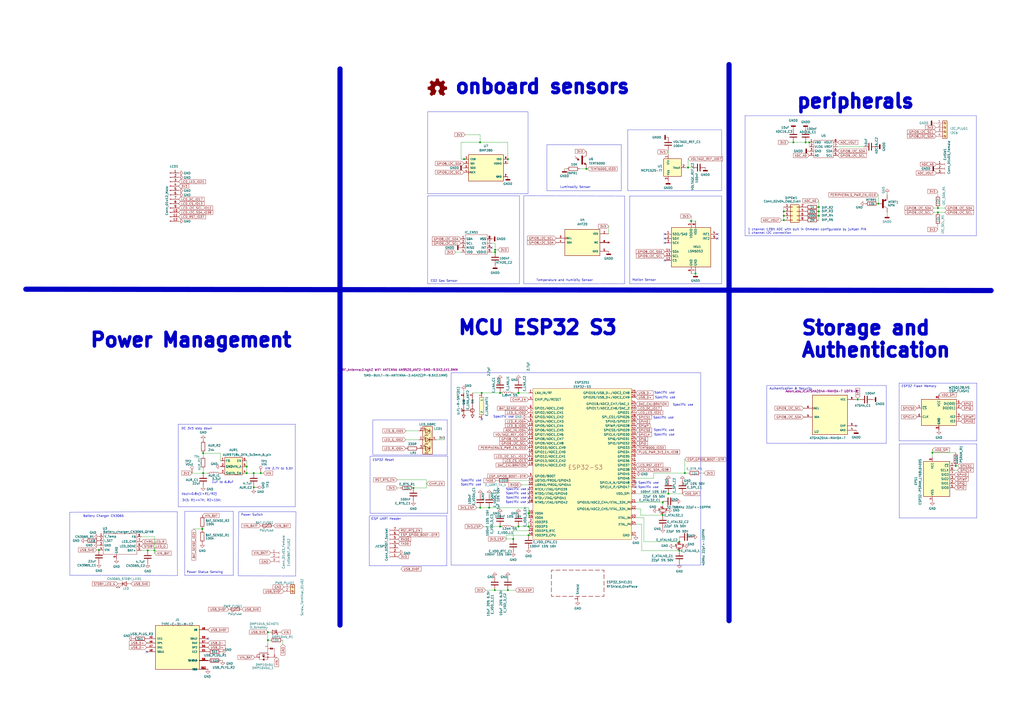
<source format=kicad_sch>
(kicad_sch (version 20230121) (generator eeschema)
  (paper "A2")
  (title_block (title "Smart DAQ Device 1Ch 12Bit ADC / I2C ") (date "2022-10-28") (rev "11-2022") (company "AeonLabs (https://github.com/aeonSolutions)"))
  (lib_symbols
    (symbol "AeonLabs_Sensors:AD5693_16bit_ADC"
      (property "Reference" "U" (at 0 3.81 0))
      (symbol "AD5693_16bit_ADC_1_1"
        (pin input line (at -5.08 0 0) (length 2.54) (name "VDD") (number "1"))
        (pin input line (at -5.08 -2.54 0) (length 2.54) (name "VLOG") (number "2"))
        (pin input line (at -5.08 -5.08 0) (length 2.54) (name "GND") (number "3"))
        (pin input line (at -5.08 -7.62 0) (length 2.54) (name "A0") (number "4"))
        (pin input line (at 11.43 -7.62 180) (length 2.54) (name "SCL") (number "5"))
        (pin input line (at 11.43 -5.08 180) (length 2.54) (name "SDA") (number "6"))
        (pin input line (at 11.43 -2.54 180) (length 2.54) (name "VREF") (number "7"))
        (pin input line (at 11.43 0 180) (length 2.54) (name "VOUT") (number "8"))
      )
    )
    (symbol "AeonLabs_Sensors:BMP280" (pin_names (offset 1.016))
      (property "Reference" "U" (at -10.1796 7.6347 0))
      (property "Value" "BMP280" (at -10.1693 -10.1693 0))
      (symbol "BMP280_0_0"
        (pin power_in line (at 12.7 -5.08 180) (length 2.54) (name "GND") (number "1"))
        (pin input line (at -12.7 5.08 0) (length 2.54) (name "CSB") (number "2"))
        (pin bidirectional line (at -12.7 2.54 0) (length 2.54) (name "SDI") (number "3"))
        (pin input clock (at -12.7 -2.54 0) (length 2.54) (name "SCK") (number "4"))
        (pin bidirectional line (at -12.7 0 0) (length 2.54) (name "SDO") (number "5"))
        (pin power_in line (at 12.7 2.54 180) (length 2.54) (name "VDDIO") (number "6"))
        (pin power_in line (at 12.7 -5.08 180) (length 2.54) (name "GND") (number "7"))
        (pin power_in line (at 12.7 5.08 180) (length 2.54) (name "VDD") (number "8"))
      )
    )
    (symbol "AeonLabs_Sensors:ENS160_Gas_Sensor"
      (property "Reference" "IC_ENS" (at -3.81 6.35 0))
      (symbol "ENS160_Gas_Sensor_1_1"
        (pin bidirectional line (at -8.89 2.54 0) (length 2.54) (name "SDA") (number "1"))
        (pin input line (at -8.89 0 0) (length 2.54) (name "SCL") (number "2"))
        (pin bidirectional line (at -8.89 -2.54 0) (length 2.54) (name "MISO") (number "3"))
        (pin power_in line (at -8.89 -5.08 0) (length 2.54) (name "VDD") (number "4"))
        (pin power_in line (at 8.89 -5.08 180) (length 2.54) (name "VDDIO") (number "5"))
        (pin output line (at 8.89 -2.54 180) (length 2.54) (name "INT") (number "6"))
        (pin input line (at 8.89 0 180) (length 2.54) (name "CS") (number "7"))
        (pin power_out line (at 8.89 2.54 180) (length 2.54) (name "VSS") (number "8"))
        (pin power_out line (at 8.89 2.54 180) (length 2.54) (name "VSS") (number "9"))
      )
    )
    (symbol "Battery_Management:Battery_charger_CN3065_QFN8"
      (property "Reference" "U" (at 0 10.16 0))
      (property "Value" "Battery_charger_CN3065_QFN8" (at 1.27 8.89 0))
      (symbol "Battery_charger_CN3065_QFN8_1_1"
        (pin input line (at -12.0396 4.064 0) (length 2.54) (name "V_Temp") (number "1"))
        (pin input line (at -12.0904 1.6256 0) (length 2.54) (name "I_SET") (number "2"))
        (pin output line (at -12.0904 -1.0668 0) (length 2.54) (name "GND") (number "3"))
        (pin input line (at -12.0396 -3.7592 0) (length 2.54) (name "VIN") (number "4"))
        (pin output line (at 12.5984 -4.0132 180) (length 2.54) (name "BAT+") (number "5"))
        (pin output line (at 12.6492 -1.5748 180) (length 2.54) (name "LED_DONE") (number "6"))
        (pin output line (at 12.6492 1.1176 180) (length 2.54) (name "LED_CHR") (number "7"))
        (pin input line (at 12.5984 3.81 180) (length 2.54) (name "FB") (number "8"))
        (pin output line (at -1.8288 -8.9408 90) (length 2.54) (name "GND") (number "9"))
      )
    )
    (symbol "Connector:Conn_01x03_Female" (pin_names (offset 1.016) hide)
      (property "Reference" "J" (at 0 5.08 0))
      (property "Value" "Conn_01x03_Female" (at 0 -5.08 0))
      (symbol "Conn_01x03_Female_1_1"
        (pin passive line (at -5.08 2.54 0) (length 3.81) (name "Pin_1") (number "1"))
        (pin passive line (at -5.08 0 0) (length 3.81) (name "Pin_2") (number "2"))
        (pin passive line (at -5.08 -2.54 0) (length 3.81) (name "Pin_3") (number "3"))
      )
    )
    (symbol "Connector:Conn_01x07_Socket" (pin_names (offset 1.016) hide)
      (property "Reference" "J" (at 0 10.16 0))
      (property "Value" "Conn_01x07_Socket" (at 0 -10.16 0))
      (symbol "Conn_01x07_Socket_1_1"
        (pin passive line (at -5.08 7.62 0) (length 3.81) (name "Pin_1") (number "1"))
        (pin passive line (at -5.08 5.08 0) (length 3.81) (name "Pin_2") (number "2"))
        (pin passive line (at -5.08 2.54 0) (length 3.81) (name "Pin_3") (number "3"))
        (pin passive line (at -5.08 0 0) (length 3.81) (name "Pin_4") (number "4"))
        (pin passive line (at -5.08 -2.54 0) (length 3.81) (name "Pin_5") (number "5"))
        (pin passive line (at -5.08 -5.08 0) (length 3.81) (name "Pin_6") (number "6"))
        (pin passive line (at -5.08 -7.62 0) (length 3.81) (name "Pin_7") (number "7"))
      )
    )
    (symbol "Connector:Conn_01x12_Male" (pin_names (offset 1.016) hide)
      (property "Reference" "J" (at 0 15.24 0))
      (property "Value" "Conn_01x12_Male" (at 0 -17.78 0))
      (symbol "Conn_01x12_Male_1_1"
        (pin passive line (at 5.08 12.7 180) (length 3.81) (name "Pin_1") (number "1"))
        (pin passive line (at 5.08 -10.16 180) (length 3.81) (name "Pin_10") (number "10"))
        (pin passive line (at 5.08 -12.7 180) (length 3.81) (name "Pin_11") (number "11"))
        (pin passive line (at 5.08 -15.24 180) (length 3.81) (name "Pin_12") (number "12"))
        (pin passive line (at 5.08 10.16 180) (length 3.81) (name "Pin_2") (number "2"))
        (pin passive line (at 5.08 7.62 180) (length 3.81) (name "Pin_3") (number "3"))
        (pin passive line (at 5.08 5.08 180) (length 3.81) (name "Pin_4") (number "4"))
        (pin passive line (at 5.08 2.54 180) (length 3.81) (name "Pin_5") (number "5"))
        (pin passive line (at 5.08 0 180) (length 3.81) (name "Pin_6") (number "6"))
        (pin passive line (at 5.08 -2.54 180) (length 3.81) (name "Pin_7") (number "7"))
        (pin passive line (at 5.08 -5.08 180) (length 3.81) (name "Pin_8") (number "8"))
        (pin passive line (at 5.08 -7.62 180) (length 3.81) (name "Pin_9") (number "9"))
      )
    )
    (symbol "Connector:Screw_Terminal_01x02" (pin_names (offset 1.016) hide)
      (property "Reference" "J" (at 0 2.54 0))
      (property "Value" "Screw_Terminal_01x02" (at 0 -5.08 0))
      (symbol "Screw_Terminal_01x02_1_1"
        (pin passive line (at -5.08 0 0) (length 3.81) (name "Pin_1") (number "1"))
        (pin passive line (at -5.08 -2.54 0) (length 3.81) (name "Pin_2") (number "2"))
      )
    )
    (symbol "Connector:Screw_Terminal_01x04" (pin_names (offset 1.016) hide)
      (property "Reference" "J" (at 0 5.08 0))
      (property "Value" "Screw_Terminal_01x04" (at 0 -7.62 0))
      (symbol "Screw_Terminal_01x04_1_1"
        (pin passive line (at -5.08 2.54 0) (length 3.81) (name "Pin_1") (number "1"))
        (pin passive line (at -5.08 0 0) (length 3.81) (name "Pin_2") (number "2"))
        (pin passive line (at -5.08 -2.54 0) (length 3.81) (name "Pin_3") (number "3"))
        (pin passive line (at -5.08 -5.08 0) (length 3.81) (name "Pin_4") (number "4"))
      )
    )
    (symbol "Connector:TestPoint" (pin_numbers hide) (pin_names (offset 0.762) hide)
      (property "Reference" "TP" (at 0 6.858 0))
      (property "Value" "TestPoint" (at 0 5.08 0))
      (symbol "TestPoint_1_1"
        (pin passive line (at 0 0 90) (length 2.54) (name "1") (number "1"))
      )
    )
    (symbol "Connector_Generic:Conn_02x04_Odd_Even" (pin_names (offset 1.016) hide)
      (property "Reference" "J" (at 1.27 5.08 0))
      (property "Value" "Conn_02x04_Odd_Even" (at 1.27 -7.62 0))
      (symbol "Conn_02x04_Odd_Even_1_1"
        (pin passive line (at -5.08 2.54 0) (length 3.81) (name "Pin_1") (number "1"))
        (pin passive line (at 7.62 2.54 180) (length 3.81) (name "Pin_2") (number "2"))
        (pin passive line (at -5.08 0 0) (length 3.81) (name "Pin_3") (number "3"))
        (pin passive line (at 7.62 0 180) (length 3.81) (name "Pin_4") (number "4"))
        (pin passive line (at -5.08 -2.54 0) (length 3.81) (name "Pin_5") (number "5"))
        (pin passive line (at 7.62 -2.54 180) (length 3.81) (name "Pin_6") (number "6"))
        (pin passive line (at -5.08 -5.08 0) (length 3.81) (name "Pin_7") (number "7"))
        (pin passive line (at 7.62 -5.08 180) (length 3.81) (name "Pin_8") (number "8"))
      )
    )
    (symbol "Device:ATSHA204A-MAHDA-T" (pin_names (offset 1.016))
      (property "Reference" "U" (at -9.906 7.62 0))
      (property "Value" "ATSHA204A-MAHDA-T" (at -10.1854 -15.2654 0))
      (property "Footprint" "Package_SO:ATSHA204A Auth SOIC8" (at -7.112 14.478 0))
      (symbol "ATSHA204A-MAHDA-T_0_0"
        (pin power_in line (at 15.24 -10.16 180) (length 5.08) (name "GND") (number "4"))
        (pin bidirectional line (at -15.24 -2.54 0) (length 5.08) (name "SDA") (number "5"))
        (pin input clock (at -15.24 2.54 0) (length 5.08) (name "SCL") (number "6"))
        (pin power_in line (at 15.24 7.62 180) (length 5.08) (name "VCC") (number "8"))
        (pin power_in line (at 15.24 -7.62 180) (length 5.08) (name "EXP") (number "9"))
      )
    )
    (symbol "Device:C" (pin_numbers hide) (pin_names (offset 0.254))
      (property "Reference" "C" (at 0.635 2.54 0))
      (property "Value" "C" (at 0.635 -2.54 0))
      (symbol "C_1_1"
        (pin passive line (at 0 3.81 270) (length 2.794) (name "~") (number "1"))
        (pin passive line (at 0 -3.81 90) (length 2.794) (name "~") (number "2"))
      )
    )
    (symbol "Device:Crystal_GND24_Small" (pin_names (offset 1.016) hide)
      (property "Reference" "Y" (at 1.27 4.445 0))
      (property "Value" "Crystal_GND24_Small" (at 1.27 2.54 0))
      (symbol "Crystal_GND24_Small_1_1"
        (pin passive line (at -2.54 0 0) (length 1.27) (name "1") (number "1"))
        (pin passive line (at 0 -2.54 90) (length 0.635) (name "2") (number "2"))
        (pin passive line (at 2.54 0 180) (length 1.27) (name "3") (number "3"))
        (pin passive line (at 0 2.54 270) (length 0.635) (name "4") (number "4"))
      )
    )
    (symbol "Device:D_Schottky" (pin_numbers hide) (pin_names (offset 1.016) hide)
      (property "Reference" "D" (at 0 2.54 0))
      (property "Value" "D_Schottky" (at 0 -2.54 0))
      (symbol "D_Schottky_1_1"
        (pin passive line (at -3.81 0 0) (length 2.54) (name "K") (number "1"))
        (pin passive line (at 3.81 0 180) (length 2.54) (name "A") (number "2"))
      )
    )
    (symbol "Device:L" (pin_numbers hide) (pin_names (offset 1.016) hide)
      (property "Reference" "L" (at -1.27 0 90))
      (property "Value" "L" (at 1.905 0 90))
      (symbol "L_1_1"
        (pin passive line (at 0 3.81 270) (length 1.27) (name "1") (number "1"))
        (pin passive line (at 0 -3.81 90) (length 1.27) (name "2") (number "2"))
      )
    )
    (symbol "Device:LED" (pin_numbers hide) (pin_names (offset 1.016) hide)
      (property "Reference" "D" (at 0 2.54 0))
      (property "Value" "LED" (at 0 -2.54 0))
      (symbol "LED_1_1"
        (pin passive line (at -3.81 0 0) (length 2.54) (name "K") (number "1"))
        (pin passive line (at 3.81 0 180) (length 2.54) (name "A") (number "2"))
      )
    )
    (symbol "Device:LED_GBRC" (pin_names (offset 0) hide)
      (property "Reference" "D" (at 0 9.398 0))
      (property "Value" "Device_LED_GBRC" (at 0 -8.89 0))
      (symbol "LED_GBRC_0_0"
        (text "B" (at 1.905 -6.35 0) (effects (font (size 1.27 1.27))))
        (text "G" (at 1.905 -1.27 0) (effects (font (size 1.27 1.27))))
        (text "R" (at 1.905 3.81 0) (effects (font (size 1.27 1.27))))
      )
      (symbol "LED_GBRC_1_1"
        (pin passive line (at 5.08 0 180) (length 2.54) (name "GA") (number "1"))
        (pin passive line (at 5.08 -5.08 180) (length 2.54) (name "BA") (number "2"))
        (pin passive line (at 5.08 5.08 180) (length 2.54) (name "RA") (number "3"))
        (pin passive line (at -5.08 0 0) (length 2.54) (name "K") (number "4"))
      )
    )
    (symbol "Device:Polyfuse" (pin_numbers hide) (pin_names (offset 0))
      (property "Reference" "F" (at -2.54 0 90))
      (property "Value" "Polyfuse" (at 2.54 0 90))
      (symbol "Polyfuse_1_1"
        (pin passive line (at 0 3.81 270) (length 1.27) (name "~") (number "1"))
        (pin passive line (at 0 -3.81 90) (length 1.27) (name "~") (number "2"))
      )
    )
    (symbol "Device:R" (pin_numbers hide) (pin_names (offset 0))
      (property "Reference" "R" (at 2.032 0 90))
      (property "Value" "R" (at 0 0 90))
      (symbol "R_1_1"
        (pin passive line (at 0 3.81 270) (length 1.27) (name "~") (number "1"))
        (pin passive line (at 0 -3.81 90) (length 1.27) (name "~") (number "2"))
      )
    )
    (symbol "Device:RFShield_OnePiece" (pin_names (offset 1.016))
      (property "Reference" "J" (at 0 5.08 0))
      (property "Value" "RFShield_OnePiece" (at 0 2.54 0))
      (symbol "RFShield_OnePiece_1_1"
        (pin passive line (at 0 -10.16 90) (length 2.54) (name "Shield") (number "1"))
      )
    )
    (symbol "Device:SMD-BUILT-IN-ANTENNA-2.4GHZ(2P-9.5X2.1MM)" (pin_names (offset 1.016))
      (property "Reference" "ANT" (at -2.54 1.905 0))
      (property "Value" "SMD-BUILT-IN-ANTENNA-2.4GHZ(2P-9.5X2.1MM)" (at -15.24 8.89 0))
      (property "Footprint" "RF_Antenna:AN9520_ANT2-SMD-9.5X2.1X1.0MM" (at -7.62 5.08 0))
      (symbol "SMD-BUILT-IN-ANTENNA-2.4GHZ(2P-9.5X2.1MM)_0_0"
        (pin bidirectional line (at -7.62 0 0) (length 2.54) (name "1") (number "1"))
        (pin bidirectional line (at 7.62 0 180) (length 2.54) (name "2") (number "2"))
      )
    )
    (symbol "Espressif:ESP32-S3" (pin_names (offset 1.016))
      (property "Reference" "U" (at 0 46.99 0))
      (property "Value" "ESP32-S3" (at 0 -43.18 0))
      (symbol "ESP32-S3_0_0"
        (text "ESP32-S3" (at 1.27 0 0) (effects (font (size 2.54 2.54))))
        (pin bidirectional line (at 30.48 -8.89 180) (length 2.54) (name "SPICLK_N/GPIO48") (number "36"))
        (pin bidirectional line (at 30.48 -11.43 180) (length 2.54) (name "SPICLK_P/GPIO47") (number "37"))
      )
      (symbol "ESP32-S3_1_1"
        (pin bidirectional line (at -31.75 43.18 0) (length 2.54) (name "LNA_IN/RF") (number "1"))
        (pin bidirectional line (at -31.75 24.13 0) (length 2.54) (name "GPIO5/ADC1_CH4") (number "10"))
        (pin bidirectional line (at -31.75 21.59 0) (length 2.54) (name "GPIO6/ADC1_CH5") (number "11"))
        (pin bidirectional line (at -31.75 19.05 0) (length 2.54) (name "GPIO7/ADC1_CH6") (number "12"))
        (pin bidirectional line (at -31.75 16.51 0) (length 2.54) (name "GPIO8/ADC1_CH7") (number "13"))
        (pin bidirectional line (at -31.75 13.97 0) (length 2.54) (name "GPIO9/ADC1_CH8") (number "14"))
        (pin bidirectional line (at -31.75 11.43 0) (length 2.54) (name "GPIO10/ADC1_CH9") (number "15"))
        (pin bidirectional line (at -31.75 8.89 0) (length 2.54) (name "GPIO11/ADC2_CH0") (number "16"))
        (pin bidirectional line (at -31.75 6.35 0) (length 2.54) (name "GPIO12/ADC2_CH1") (number "17"))
        (pin bidirectional line (at -31.75 3.81 0) (length 2.54) (name "GPIO13/ADC2_CH2") (number "18"))
        (pin bidirectional line (at -31.75 1.27 0) (length 2.54) (name "GPIO14/ADC2_CH3") (number "19"))
        (pin power_in line (at -31.75 -31.75 0) (length 2.54) (name "VDD3P3") (number "2"))
        (pin power_in line (at -31.75 -36.83 0) (length 2.54) (name "VDD3P3_RTC") (number "20"))
        (pin input clock (at 30.48 -20.32 180) (length 2.54) (name "GPIO15/ADC2_CH4/XTAL_32K_P") (number "21"))
        (pin output clock (at 30.48 -24.13 180) (length 2.54) (name "GPIO16/ADC2_CH5/XTAL_32K_N") (number "22"))
        (pin bidirectional line (at 30.48 34.29 180) (length 2.54) (name "GPIO17/ADC2_CH6/DAC_2") (number "23"))
        (pin bidirectional line (at 30.48 36.83 180) (length 2.54) (name "GPIO18/ADC2_CH7/DAC_1") (number "24"))
        (pin bidirectional line (at 30.48 43.18 180) (length 2.54) (name "GPIO19/USB_D-/ADC2_CH8") (number "25"))
        (pin bidirectional line (at 30.48 40.64 180) (length 2.54) (name "GPIO20/USB_D+/ADC2_CH9") (number "26"))
        (pin bidirectional line (at 30.48 31.75 180) (length 2.54) (name "GPIO21") (number "27"))
        (pin bidirectional line (at 30.48 29.21 180) (length 2.54) (name "SPI_CS1/GPIO26") (number "28"))
        (pin power_out line (at 30.48 -15.24 180) (length 2.54) (name "VDD_SPI") (number "29"))
        (pin power_in line (at -31.75 -34.29 0) (length 2.54) (name "VDD3P3") (number "3"))
        (pin bidirectional line (at 30.48 26.67 180) (length 2.54) (name "SPIHD/GPIO27") (number "30"))
        (pin bidirectional line (at 30.48 24.13 180) (length 2.54) (name "SPIWP/GPIO28") (number "31"))
        (pin bidirectional line (at 30.48 21.59 180) (length 2.54) (name "SPICS0/GPIO29") (number "32"))
        (pin bidirectional line (at 30.48 19.05 180) (length 2.54) (name "SPICLK/GPIO30") (number "33"))
        (pin bidirectional line (at 30.48 16.51 180) (length 2.54) (name "SPIQ/GPIO31") (number "34"))
        (pin bidirectional line (at 30.48 13.97 180) (length 2.54) (name "SPID/GPIO32") (number "35"))
        (pin bidirectional line (at 30.48 11.43 180) (length 2.54) (name "GPIO33") (number "38"))
        (pin bidirectional line (at 30.48 8.89 180) (length 2.54) (name "GPIO34") (number "39"))
        (pin input line (at -31.75 39.37 0) (length 2.54) (name "CHIP_PU/RESET") (number "4"))
        (pin bidirectional line (at 30.48 6.35 180) (length 2.54) (name "GPIO35") (number "40"))
        (pin bidirectional line (at 30.48 3.81 180) (length 2.54) (name "GPIO36") (number "41"))
        (pin bidirectional line (at 30.48 1.27 180) (length 2.54) (name "GPIO37") (number "42"))
        (pin bidirectional line (at 30.48 -1.27 180) (length 2.54) (name "GPIO38") (number "43"))
        (pin bidirectional line (at -31.75 -12.7 0) (length 2.54) (name "MTCK/JTAG/GPIO39") (number "44"))
        (pin bidirectional line (at -31.75 -15.24 0) (length 2.54) (name "MTDO/JTAG/GPIO40") (number "45"))
        (pin power_in line (at -31.75 -39.37 0) (length 2.54) (name "VDD3P3_CPU") (number "46"))
        (pin bidirectional line (at -31.75 -17.78 0) (length 2.54) (name "MTDI/JTAG/GPIO41") (number "47"))
        (pin bidirectional line (at -31.75 -20.32 0) (length 2.54) (name "MTMS/JTAG/GPIO42") (number "48"))
        (pin bidirectional line (at -31.75 -7.62 0) (length 2.54) (name "U0TXD/PROG/GPIO43") (number "49"))
        (pin bidirectional line (at -31.75 -5.08 0) (length 2.54) (name "GPIO0/BOOT") (number "5"))
        (pin bidirectional line (at -31.75 -10.16 0) (length 2.54) (name "U0RXD/PROG/GPIO44") (number "50"))
        (pin bidirectional line (at 30.48 -3.81 180) (length 2.54) (name "GPIO45") (number "51"))
        (pin bidirectional line (at 30.48 -6.35 180) (length 2.54) (name "GPIO46") (number "52"))
        (pin input clock (at 30.48 -29.21 180) (length 2.54) (name "XTAL_N") (number "53"))
        (pin output clock (at 30.48 -33.02 180) (length 2.54) (name "XTAL_P") (number "54"))
        (pin power_in line (at -31.75 -26.67 0) (length 2.54) (name "VDDA") (number "55"))
        (pin power_in line (at -31.75 -29.21 0) (length 2.54) (name "VDDA") (number "56"))
        (pin power_in line (at 30.48 -39.37 180) (length 2.54) (name "GND") (number "57"))
        (pin bidirectional line (at -31.75 34.29 0) (length 2.54) (name "GPIO1/ADC1_CH0") (number "6"))
        (pin bidirectional line (at -31.75 31.75 0) (length 2.54) (name "GPIO2/ADC1_CH1") (number "7"))
        (pin bidirectional line (at -31.75 29.21 0) (length 2.54) (name "GPIO3/ADC1_CH2") (number "8"))
        (pin bidirectional line (at -31.75 26.67 0) (length 2.54) (name "GPIO4/ADC1_CH3") (number "9"))
      )
    )
    (symbol "Graphic:Logo_Open_Hardware_Small" (pin_names (offset 1.016)))
    (symbol "Interface_USB:TYPE-C-31-M-12" (pin_names (offset 1.016))
      (property "Reference" "J1" (at 0 16.0274 0))
      (property "Value" "TYPE-C-31-M-12" (at 0 13.4874 0))
      (symbol "TYPE-C-31-M-12_0_0"
        (pin bidirectional line (at -17.78 5.08 0) (length 5.08) (name "CC1") (number "A5"))
        (pin bidirectional line (at -17.78 2.54 0) (length 5.08) (name "DP1") (number "A6"))
        (pin bidirectional line (at -17.78 0 0) (length 5.08) (name "DN1") (number "A7"))
        (pin bidirectional line (at -17.78 -2.54 0) (length 5.08) (name "SBU1") (number "A8"))
        (pin power_in line (at 17.78 -12.7 180) (length 5.08) (name "B1") (number "B1"))
        (pin bidirectional line (at 17.78 -2.54 180) (length 5.08) (name "CC2") (number "B5"))
        (pin bidirectional line (at 17.78 0 180) (length 5.08) (name "DP2") (number "B6"))
        (pin bidirectional line (at 17.78 2.54 180) (length 5.08) (name "DN2") (number "B7"))
        (pin bidirectional line (at 17.78 5.08 180) (length 5.08) (name "SBU2") (number "B8"))
        (pin passive line (at 17.78 -7.62 180) (length 5.08) (name "SHIELD") (number "S1"))
        (pin passive line (at 17.78 -7.62 180) (length 5.08) (name "SHIELD") (number "S2"))
        (pin passive line (at 17.78 -7.62 180) (length 5.08) (name "SHIELD") (number "S3"))
        (pin passive line (at 17.78 -7.62 180) (length 5.08) (name "SHIELD") (number "S4"))
      )
      (symbol "TYPE-C-31-M-12_1_0"
        (pin power_in line (at 17.78 10.16 180) (length 5.08) (name "A4") (number "A4"))
        (pin power_in line (at 17.78 10.16 180) (length 5.08) (name "A9") (number "A9"))
        (pin power_in line (at 17.78 -12.7 180) (length 5.08) (name "B12") (number "B12"))
      )
    )
    (symbol "MMBT2907A:MMBT2907A" (pin_numbers hide) (pin_names (offset 1.016) hide)
      (property "Reference" "Q" (at -10.1854 5.1054 0))
      (property "Value" "MMBT2907A_MMBT2907A" (at -10.16 -7.62 0))
      (symbol "MMBT2907A_0_0"
        (pin passive line (at -2.54 0 0) (length 2.54) (name "~") (number "1"))
        (pin passive line (at 2.54 5.08 270) (length 2.54) (name "~") (number "2"))
        (pin passive line (at 2.54 -5.08 90) (length 2.54) (name "~") (number "3"))
      )
    )
    (symbol "Memory_Flash:SPI_Flash_W25Q128JVS"
      (property "Reference" "ESP_FLASH1" (at -12.7 11.43 0))
      (property "Value" "W25Q128JVS" (at -14.478 9.398 0))
      (symbol "SPI_Flash_W25Q128JVS_1_1"
        (pin input line (at -12.7 2.54 0) (length 2.54) (name "~{CS}") (number "1"))
        (pin bidirectional line (at 12.7 2.54 180) (length 2.54) (name "DO(IO1)") (number "2"))
        (pin bidirectional line (at 12.7 -2.54 180) (length 2.54) (name "IO2") (number "3"))
        (pin power_in line (at 0 -10.16 90) (length 2.54) (name "GND") (number "4"))
        (pin bidirectional line (at 12.7 5.08 180) (length 2.54) (name "DI(IO0)") (number "5"))
        (pin input line (at -12.7 -2.54 0) (length 2.54) (name "CLK") (number "6"))
        (pin bidirectional line (at 12.7 -5.08 180) (length 2.54) (name "IO3") (number "7"))
        (pin power_in line (at 0 10.16 270) (length 2.54) (name "VCC") (number "8"))
        (pin power_in line (at 0 -10.16 90) (length 2.54) (name "GND") (number "9"))
      )
    )
    (symbol "Memory_RAM:ESP32-PSRAM_LY68L6400S"
      (property "Reference" "EPS" (at -5.08 0.508 0))
      (property "Value" "ESP32-PSRAM_LY68L6400S" (at -12.192 23.368 0))
      (symbol "ESP32-PSRAM_LY68L6400S_1_1"
        (pin input line (at 10.16 7.62 180) (length 2.54) (name "~{CE}") (number "1"))
        (pin input line (at 10.16 -2.54 180) (length 2.54) (name "SIO1") (number "2"))
        (pin bidirectional line (at 10.16 0 180) (length 2.54) (name "SIO2") (number "3"))
        (pin power_in line (at -2.54 -12.7 90) (length 2.54) (name "VSS") (number "4"))
        (pin output line (at 10.16 -5.08 180) (length 2.54) (name "SiO0") (number "5"))
        (pin output line (at 10.16 5.08 180) (length 2.54) (name "SCLK") (number "6"))
        (pin bidirectional line (at 10.16 2.54 180) (length 2.54) (name "SIO3") (number "7"))
        (pin power_in line (at -2.54 12.7 270) (length 2.54) (name "VCC") (number "8"))
      )
    )
    (symbol "Power_Management:ST01S09_AUR9718x_DFN_3x3mm_6_pin"
      (property "Reference" "AU1" (at -2.54 10.033 0))
      (property "Value" "AUR9718x_DFN_3x3mm_6_pin" (at -2.54 7.493 0))
      (symbol "ST01S09_AUR9718x_DFN_3x3mm_6_pin_1_1"
        (pin input line (at -10.16 3.048 0) (length 2.54) (name "FB") (number "1"))
        (pin output line (at -10.16 -0.254 0) (length 2.54) (name "GND") (number "2"))
        (pin bidirectional line (at -10.16 -4.064 0) (length 2.54) (name "SW") (number "3"))
        (pin input line (at 5.08 -4.064 180) (length 2.54) (name "VIN_SW") (number "4"))
        (pin power_out line (at 5.08 -0.254 180) (length 2.54) (name "VIN_A") (number "5"))
        (pin power_in line (at 5.08 3.048 180) (length 2.54) (name "EN") (number "6"))
        (pin output line (at -10.16 -0.254 0) (length 2.54) (name "GND") (number "7"))
      )
    )
    (symbol "RF:U.FL-R-SMT(01)" (pin_names (offset 1.016))
      (property "Reference" "J" (at -3.81 4.064 0))
      (property "Value" "U.FL-R-SMT(01)" (at -4.318 -5.588 0))
      (symbol "U.FL-R-SMT(01)_0_0"
        (pin passive line (at -10.16 -2.54 0) (length 2.54) (name "GND") (number "1"))
        (pin passive line (at -10.16 -2.54 0) (length 2.54) (name "GND") (number "2"))
        (pin passive line (at -10.16 2.54 0) (length 2.54) (name "SIG") (number "3"))
      )
    )
    (symbol "Reference_Voltage:MCP1525-TT"
      (property "Reference" "U" (at 1.27 8.255 0))
      (property "Value" "MCP1525-TT" (at 1.27 6.35 0))
      (symbol "MCP1525-TT_1_1"
        (pin power_in line (at 0 7.62 270) (length 2.54) (name "Vin") (number "1"))
        (pin power_out line (at 10.16 0 180) (length 2.54) (name "Vout") (number "2"))
        (pin power_in line (at 0 -7.62 90) (length 2.54) (name "Vss") (number "3"))
      )
    )
    (symbol "Sensor:AHT20" (pin_names (offset 1.016))
      (property "Reference" "U" (at -10.16 8.509 0))
      (property "Value" "AHT20" (at -10.16 -10.16 0))
      (symbol "AHT20_0_0"
        (pin no_connect line (at 15.24 0 180) (length 5.08) (name "NC") (number "1"))
        (pin power_in line (at 15.24 5.08 180) (length 5.08) (name "VDD") (number "2"))
        (pin input clock (at -15.24 2.54 0) (length 5.08) (name "SCL") (number "3"))
        (pin bidirectional line (at -15.24 0 0) (length 5.08) (name "SDA") (number "4"))
        (pin power_in line (at 15.24 -5.08 180) (length 5.08) (name "GND") (number "5"))
        (pin no_connect line (at 15.24 0 180) (length 5.08) (name "NC") (number "6"))
      )
    )
    (symbol "Sensor_Motion:LSM6DS3"
      (property "Reference" "U" (at -11.43 15.24 0))
      (property "Value" "LSM6DS3" (at -11.43 12.7 0))
      (symbol "LSM6DS3_1_1"
        (pin bidirectional line (at -15.24 7.62 0) (length 3.81) (name "SDO/SA0") (number "1"))
        (pin no_connect line (at 10.16 -5.08 180) (length 3.81) hide (name "NC") (number "10"))
        (pin no_connect line (at 10.16 -2.54 180) (length 3.81) hide (name "NC") (number "11"))
        (pin input line (at -15.24 -7.62 0) (length 3.81) (name "CS") (number "12"))
        (pin input line (at -15.24 -5.08 0) (length 3.81) (name "SCL") (number "13"))
        (pin bidirectional line (at -15.24 -2.54 0) (length 3.81) (name "SDA") (number "14"))
        (pin bidirectional line (at -15.24 5.08 0) (length 3.81) (name "SDX") (number "2"))
        (pin input line (at -15.24 2.54 0) (length 3.81) (name "SCX") (number "3"))
        (pin output line (at 15.24 7.62 180) (length 3.81) (name "INT1") (number "4"))
        (pin power_in line (at 0 15.24 270) (length 3.81) (name "VDDIO") (number "5"))
        (pin power_in line (at 0 -15.24 90) (length 3.81) (name "GND") (number "6"))
        (pin power_in line (at 2.54 -15.24 90) (length 3.81) (name "GND") (number "7"))
        (pin power_in line (at 2.54 15.24 270) (length 3.81) (name "VDD") (number "8"))
        (pin output line (at 15.24 5.08 180) (length 3.81) (name "INT2") (number "9"))
      )
    )
    (symbol "TEMT6000_1" (pin_numbers hide) (pin_names (offset 1.016) hide)
      (property "Reference" "U" (at 5.08 2.54 0))
      (property "Value" "TEMT6000" (at 5.08 -5.08 0))
      (symbol "TEMT6000_1_0_0"
        (pin passive line (at 2.54 5.08 270) (length 2.54) (name "~") (number "COLLECTOR"))
        (pin passive line (at 2.54 -5.08 90) (length 2.54) (name "~") (number "EMITTER"))
      )
    )
    (symbol "Transistor_FET:DMP1045U" (pin_names (offset 1.016))
      (property "Reference" "Q" (at -10.16 7.62 0))
      (property "Value" "DMP1045U" (at -10.16 -7.62 0))
      (symbol "DMP1045U_0_0"
        (pin passive line (at -5.08 2.54 0) (length 2.54) (name "~") (number "1"))
        (pin passive line (at 2.54 7.62 270) (length 2.54) (name "~") (number "2"))
        (pin passive line (at 2.54 -5.08 90) (length 2.54) (name "~") (number "3"))
      )
    )
    (symbol "power:GND" (power) (pin_names (offset 0))
      (property "Value" "GND" (at 0 -3.81 0))
      (symbol "GND_1_1"
        (pin power_in line (at 0 0 270) (length 0) hide (name "GND") (number "1"))
      )
    )
    (symbol "power:GNDD" (power) (pin_names (offset 0))
      (property "Value" "GNDD" (at 0 -3.175 0))
      (symbol "GNDD_1_1"
        (pin power_in line (at 0 0 270) (length 0) hide (name "GNDD") (number "1"))
      )
    )
  )
  (junction (at 454.66 122.6312))
  (junction (at 294.6146 342.3158))
  (junction (at 279.4254 227.9396))
  (junction (at 387.7564 286.3596))
  (junction (at 454.66 127.7112))
  (junction (at 384.4544 291.4396))
  (junction (at 278.4856 82.55))
  (junction (at 283.7434 294.4876))
  (junction (at 306.6034 305.4096))
  (junction (at 340.1314 97.9424))
  (junction (at 397.256 274.4216))
  (junction (at 155.3972 366.7252))
  (junction (at 474.98 122.6312))
  (junction (at 540.8422 262.6106))
  (junction (at 286.9946 342.3158))
  (junction (at 287.1978 146.2278))
  (junction (at 117.348 306.832))
  (junction (at 306.6034 297.7896))
  (junction (at 294.5892 92.329))
  (junction (at 155.3972 371.348))
  (junction (at 399.1356 97.2058))
  (junction (at 509.4986 118.1354))
  (junction (at 290.0934 227.9396))
  (junction (at 454.66 125.1712))
  (junction (at 147.193 282.702))
  (junction (at 117.856 262.89))
  (junction (at 269.1892 92.329))
  (junction (at 544.0426 123.2154))
  (junction (at 89.6366 319.278))
  (junction (at 394.1064 319.3796))
  (junction (at 497.5352 231.7496))
  (junction (at 554.4312 270.2306))
  (junction (at 384.4544 298.8056))
  (junction (at 278.5618 294.4876))
  (junction (at 467.3346 82.5754))
  (junction (at 306.6034 310.4896))
  (junction (at 151.257 274.447))
  (junction (at 544.0426 120.6754))
  (junction (at 297.7134 312.6486))
  (junction (at 290.0934 305.4096))
  (junction (at 403.4536 158.6738))
  (junction (at 400.9136 128.1938))
  (junction (at 57.3786 319.024))
  (junction (at 300.7614 305.4096))
  (junction (at 239.8014 283.0576))
  (junction (at 143.129 270.637))
  (junction (at 85.6996 319.278))
  (junction (at 469.4428 82.5754))
  (junction (at 394.1064 314.2996))
  (junction (at 287.1978 144.907))
  (junction (at 474.98 125.1712))
  (junction (at 474.98 120.0912))
  (junction (at 460.2226 82.5754))
  (junction (at 117.856 274.447))
  (junction (at 147.193 274.447))
  (junction (at 143.129 274.447))
  (junction (at 300.7614 227.9396))
  (no_connect (at 285.1658 143.6878))
  (no_connect (at 385.6736 138.3538))
  (no_connect (at 368.8334 282.5496))
  (no_connect (at 416.1536 135.8138))
  (no_connect (at 416.1536 138.3538))
  (no_connect (at 306.6034 291.4396))
  (no_connect (at 385.6736 140.8938))
  (no_connect (at 306.6034 286.3596))
  (no_connect (at 306.6034 283.8196))
  (no_connect (at 368.8334 280.0096))
  (no_connect (at 496.6462 246.9896))
  (no_connect (at 85.09 378.079))
  (no_connect (at 306.6034 288.8996))
  (no_connect (at 385.6736 135.8138))
  (no_connect (at 385.6736 151.0538))
  (no_connect (at 279.4508 243.205))
  (no_connect (at 120.65 370.459))
  (polyline (pts (xy 566.6232 257.5306) (xy 521.6652 257.5306)))
  (wire (pts (xy 274.0914 227.9396) (xy 279.4254 227.9396)))
  (polyline (pts (xy 107.188 296.672) (xy 107.188 333.756)))
  (wire (pts (xy 306.6034 307.9496) (xy 297.7134 307.9496)))
  (polyline (pts (xy 303.784 164.5412) (xy 303.784 113.6142)))
  (wire (pts (xy 147.193 274.447) (xy 151.257 274.447)))
  (wire (pts (xy 267.4366 92.329) (xy 269.1892 92.329)))
  (wire (pts (xy 403.4536 128.1938) (xy 400.9136 128.1938)))
  (wire (pts (xy 397.256 274.4216) (xy 379.1204 274.4216)))
  (polyline (pts (xy 418.5666 113.7158) (xy 418.5666 164.6428)))
  (polyline (pts (xy 259.6134 264.6426) (xy 259.6134 297.7896)))
  (wire (pts (xy 278.4856 82.55) (xy 294.5892 82.55)))
  (wire (pts (xy 542.7726 73.9394) (xy 543.0266 73.9394)))
  (polyline (pts (xy 514.0452 223.6216) (xy 514.0452 257.1496)))
  (wire (pts (xy 164.084 373.7356) (xy 164.084 371.348)))
  (polyline (pts (xy 432.181 67.056) (xy 432.181 136.779)))
  (polyline (pts (xy 364.0836 75.2348) (xy 364.0836 75.3618)))
  (wire (pts (xy 339.6234 87.7824) (xy 340.1314 87.7824)))
  (wire (pts (xy 384.4544 290.8046) (xy 384.4544 291.4396)))
  (wire (pts (xy 300.7614 305.4096) (xy 306.6034 305.4096)))
  (polyline (pts (xy 521.5382 222.2246) (xy 566.6232 222.2246)))
  (wire (pts (xy 306.6034 294.4876) (xy 306.6034 297.7896)))
  (wire (pts (xy 82.0166 319.278) (xy 85.6996 319.278)))
  (polyline (pts (xy 432.181 136.779) (xy 566.42 136.779)))
  (polyline (pts (xy 365.2266 164.6428) (xy 365.2266 113.7158)))
  (wire (pts (xy 242.9764 249.9614) (xy 235.4834 249.9614)))
  (wire (pts (xy 287.1978 144.907) (xy 288.8996 144.907)))
  (wire (pts (xy 371.6274 295.2496) (xy 368.8334 295.2496)))
  (polyline (pts (xy 365.2266 113.7158) (xy 418.5666 113.7158)))
  (wire (pts (xy 281.6606 342.3158) (xy 286.9946 342.3158)))
  (wire (pts (xy 460.2226 82.5754) (xy 467.3346 82.5754)))
  (wire (pts (xy 540.8422 262.6106) (xy 540.8422 265.1506)))
  (polyline (pts (xy 40.4876 297.0784) (xy 40.5638 333.7052)))
  (wire (pts (xy 401.5486 97.2058) (xy 399.1356 97.2058)))
  (wire (pts (xy 469.4428 82.5754) (xy 469.4428 85.1154)))
  (polyline (pts (xy 364.0836 110.5408) (xy 418.5666 110.5408)))
  (wire (pts (xy 544.0426 123.2154) (xy 548.1066 123.2154)))
  (wire (pts (xy 453.3392 127.7112) (xy 454.66 127.7112)))
  (polyline (pts (xy 138.43 296.926) (xy 171.704 296.926)))
  (wire (pts (xy 85.6996 319.278) (xy 89.6366 319.278)))
  (wire (pts (xy 117.348 306.832) (xy 117.348 307.467)))
  (polyline (pts (xy 418.5666 75.3618) (xy 364.0836 75.3618)))
  (polyline (pts (xy 303.784 164.5412) (xy 362.3056 164.6428)))
  (wire (pts (xy 497.5352 231.7496) (xy 498.5004 231.7496)))
  (wire (pts (xy 293.7764 312.6486) (xy 293.7764 310.4896)))
  (polyline (pts (xy 216.3064 263.9314) (xy 259.4864 263.9314)))
  (wire (pts (xy 336.3214 97.9424) (xy 340.1314 97.9424)))
  (polyline (pts (xy 317.2714 83.9724) (xy 360.4514 83.9724)))
  (polyline (pts (xy 248.0056 164.5666) (xy 301.3456 164.5666)))
  (wire (pts (xy 155.3972 366.7252) (xy 155.3972 371.348)))
  (wire (pts (xy 328.7014 97.9424) (xy 327.4314 97.9424)))
  (polyline (pts (xy 214.2744 328.2442) (xy 259.2324 328.2442)))
  (wire (pts (xy 297.7134 227.9396) (xy 300.7614 227.9396)))
  (wire (pts (xy 267.4366 92.329) (xy 267.4366 82.55)))
  (wire (pts (xy 297.7134 307.9496) (xy 297.7134 312.6486)))
  (polyline (pts (xy 103.378 294.005) (xy 103.378 246.126)))
  (polyline (pts (xy 422.91 37.465) (xy 422.91 360.045)) (stroke (width 3)))
  (polyline (pts (xy 406.4254 216.2556) (xy 406.4254 327.7616)))
  (wire (pts (xy 509.4986 113.0554) (xy 509.4986 118.1354)))
  (wire (pts (xy 544.0426 120.6754) (xy 548.1066 120.6754)))
  (wire (pts (xy 278.5618 294.5384) (xy 278.5618 294.4876)))
  (wire (pts (xy 403.4536 158.6738) (xy 400.9136 158.6738)))
  (wire (pts (xy 554.4312 270.2306) (xy 555.4472 270.2306)))
  (wire (pts (xy 474.98 120.0912) (xy 474.98 122.6312)))
  (wire (pts (xy 285.1658 146.2278) (xy 287.1978 146.2278)))
  (wire (pts (xy 269.2146 92.329) (xy 269.1892 92.329)))
  (wire (pts (xy 394.1064 311.5056) (xy 394.1064 314.2996)))
  (wire (pts (xy 302.4124 281.2796) (xy 306.6034 281.2796)))
  (wire (pts (xy 394.1064 314.2996) (xy 373.5324 314.2996)))
  (polyline (pts (xy 521.6652 257.5306) (xy 521.6652 258.8006)))
  (wire (pts (xy 372.2624 304.1396) (xy 368.8334 304.1396)))
  (polyline (pts (xy 216.3064 243.6114) (xy 216.3064 263.9314)))
  (wire (pts (xy 112.395 306.832) (xy 117.348 306.832)))
  (wire (pts (xy 283.7434 294.4876) (xy 278.5618 294.4876)))
  (polyline (pts (xy 360.4514 110.6424) (xy 317.2714 110.6424)))
  (wire (pts (xy 454.66 120.0912) (xy 454.66 122.6312)))
  (wire (pts (xy 283.7434 294.4876) (xy 306.6034 294.4876)))
  (polyline (pts (xy 214.6554 264.6426) (xy 259.6134 264.6426)))
  (wire (pts (xy 147.193 283.591) (xy 147.193 282.702)))
  (polyline (pts (xy 102.7684 296.8498) (xy 40.4876 297.0784)))
  (wire (pts (xy 287.1978 141.1478) (xy 287.1978 144.907)))
  (wire (pts (xy 384.4544 306.4256) (xy 384.4544 306.2986)))
  (wire (pts (xy 306.6034 297.7896) (xy 306.6034 300.3296)))
  (polyline (pts (xy 135.382 333.756) (xy 107.188 333.756)))
  (wire (pts (xy 278.5618 294.4368) (xy 278.5618 294.4876)))
  (wire (pts (xy 117.856 262.89) (xy 117.856 264.541)))
  (wire (pts (xy 294.6146 342.3158) (xy 298.9072 342.3158)))
  (polyline (pts (xy 301.3456 113.6396) (xy 301.3456 164.5666)))
  (polyline (pts (xy 362.3056 113.7158) (xy 362.3056 164.6428)))
  (polyline (pts (xy 138.2522 334.0608) (xy 171.45 334.137)))
  (wire (pts (xy 155.3972 366.6744) (xy 155.3972 366.7252)))
  (wire (pts (xy 155.3972 371.348) (xy 155.3972 373.6848)))
  (polyline (pts (xy 259.4864 243.6114) (xy 216.3064 243.6114)))
  (polyline (pts (xy 360.4514 110.6424) (xy 360.4514 83.9724)))
  (wire (pts (xy 230.4034 278.3586) (xy 247.4214 278.3586)))
  (polyline (pts (xy 14.986 167.767) (xy 574.929 168.529)) (stroke (width 3)))
  (wire (pts (xy 387.7564 286.3596) (xy 395.8844 286.3596)))
  (wire (pts (xy 372.2624 319.3796) (xy 394.1064 319.3796)))
  (wire (pts (xy 247.4214 283.0576) (xy 239.8014 283.0576)))
  (wire (pts (xy 457.4794 82.5754) (xy 460.2226 82.5754)))
  (wire (pts (xy 384.4544 298.8056) (xy 371.6274 298.8056)))
  (wire (pts (xy 151.257 274.447) (xy 152.781 274.447)))
  (polyline (pts (xy 103.378 246.126) (xy 171.323 246.126)))
  (polyline (pts (xy 259.7404 297.6626) (xy 214.6554 297.6626)))
  (wire (pts (xy 287.1978 144.907) (xy 287.1978 146.2278)))
  (wire (pts (xy 373.5324 300.3296) (xy 373.5324 314.2996)))
  (polyline (pts (xy 197.231 40.005) (xy 197.231 362.585)) (stroke (width 3)))
  (wire (pts (xy 143.129 267.335) (xy 143.129 270.637)))
  (wire (pts (xy 247.4214 278.3586) (xy 247.4214 283.0576)))
  (wire (pts (xy 305.7144 241.9096) (xy 306.6034 241.9096)))
  (wire (pts (xy 540.8422 262.6106) (xy 554.4312 262.6106)))
  (wire (pts (xy 294.5892 82.55) (xy 294.5892 92.329)))
  (polyline (pts (xy 364.0836 75.3618) (xy 364.0836 110.5408)))
  (wire (pts (xy 129.2352 383.2098) (xy 129.2352 383.159)))
  (wire (pts (xy 269.7734 78.1304) (xy 278.4856 78.1304)))
  (wire (pts (xy 267.4366 82.55) (xy 278.4856 82.55)))
  (wire (pts (xy 117.856 262.89) (xy 127.889 262.89)))
  (wire (pts (xy 474.98 116.459) (xy 474.98 120.0912)))
  (wire (pts (xy 544.0426 111.0234) (xy 544.0426 113.0554)))
  (polyline (pts (xy 444.8302 257.1496) (xy 444.8302 223.6216)))
  (polyline (pts (xy 259.2324 299.2882) (xy 214.2744 299.2882)))
  (wire (pts (xy 400.9136 125.3998) (xy 400.9136 128.1938)))
  (wire (pts (xy 278.4856 78.1304) (xy 278.4856 82.55)))
  (wire (pts (xy 541.6296 123.2154) (xy 544.0426 123.2154)))
  (polyline (pts (xy 261.6454 327.7616) (xy 261.6454 216.2556)))
  (wire (pts (xy 384.4544 298.8056) (xy 384.4544 298.6786)))
  (polyline (pts (xy 107.188 296.672) (xy 135.382 296.672)))
  (polyline (pts (xy 521.6652 300.4566) (xy 566.6232 300.4566)))
  (polyline (pts (xy 138.2522 334.0608) (xy 138.43 296.926)))
  (wire (pts (xy 306.6034 302.8696) (xy 306.6034 305.4096)))
  (wire (pts (xy 264.287 146.2278) (xy 267.3858 146.2278)))
  (wire (pts (xy 467.3346 82.5754) (xy 469.4428 82.5754)))
  (wire (pts (xy 387.5786 87.2998) (xy 387.5786 89.5858)))
  (polyline (pts (xy 521.5382 255.7526) (xy 521.5382 222.2246)))
  (wire (pts (xy 283.7942 294.5384) (xy 283.7434 294.5384)))
  (wire (pts (xy 306.4764 276.1996) (xy 306.6034 276.1996)))
  (wire (pts (xy 279.4254 227.9396) (xy 290.0934 227.9396)))
  (wire (pts (xy 276.5298 294.4368) (xy 278.5618 294.4368)))
  (wire (pts (xy 497.5352 231.0892) (xy 497.5352 231.7496)))
  (polyline (pts (xy 317.2714 110.6424) (xy 317.2714 83.9724)))
  (polyline (pts (xy 171.323 246.126) (xy 171.323 294.005)))
  (wire (pts (xy 399.1356 97.2058) (xy 397.7386 97.2058)))
  (wire (pts (xy 120.269 274.447) (xy 117.856 274.447)))
  (wire (pts (xy 294.5892 92.329) (xy 294.5892 94.869)))
  (wire (pts (xy 379.1204 277.4696) (xy 379.1204 274.4216)))
  (polyline (pts (xy 248.0056 113.6396) (xy 301.3456 113.6396)))
  (polyline (pts (xy 418.5666 110.5408) (xy 418.5666 75.3618)))
  (wire (pts (xy 408.3812 274.4216) (xy 406.6032 274.4216)))
  (wire (pts (xy 514.5786 112.1664) (xy 514.5786 113.0554)))
  (wire (pts (xy 391.5664 316.8396) (xy 390.9314 316.8396)))
  (polyline (pts (xy 135.382 296.672) (xy 135.382 333.756)))
  (polyline (pts (xy 214.6554 297.6626) (xy 214.6554 264.6426)))
  (polyline (pts (xy 171.704 296.926) (xy 171.45 334.137)))
  (wire (pts (xy 127.889 267.335) (xy 127.889 262.89)))
  (wire (pts (xy 372.2624 319.3796) (xy 372.2624 304.1396)))
  (wire (pts (xy 384.4544 291.4396) (xy 384.4544 293.5986)))
  (wire (pts (xy 89.6366 319.278) (xy 89.6366 320.9036)))
  (wire (pts (xy 89.6366 311.4548) (xy 89.6366 319.278)))
  (wire (pts (xy 111.379 274.447) (xy 117.856 274.447)))
  (wire (pts (xy 117.348 306.705) (xy 117.348 306.832)))
  (wire (pts (xy 297.7134 312.6486) (xy 293.7764 312.6486)))
  (wire (pts (xy 253.1364 255.0414) (xy 258.2164 255.0414)))
  (wire (pts (xy 295.9354 278.7396) (xy 306.6034 278.7396)))
  (wire (pts (xy 397.256 274.4216) (xy 397.256 266.446)))
  (wire (pts (xy 554.4312 270.2306) (xy 553.5422 270.2306)))
  (polyline (pts (xy 303.784 113.6142) (xy 362.3056 113.7158)))
  (polyline (pts (xy 566.6232 255.7526) (xy 521.5382 255.7526)))
  (wire (pts (xy 542.1376 71.3994) (xy 543.0266 71.3994)))
  (wire (pts (xy 454.66 122.6312) (xy 454.66 125.1712)))
  (wire (pts (xy 129.2352 383.159) (xy 128.27 383.159)))
  (polyline (pts (xy 40.5638 333.7052) (xy 102.9716 333.8576)))
  (wire (pts (xy 399.1356 92.1258) (xy 399.1356 97.2058)))
  (wire (pts (xy 474.98 122.6312) (xy 474.98 125.1712)))
  (wire (pts (xy 514.5786 124.4346) (xy 514.5786 123.2154)))
  (wire (pts (xy 474.98 125.1712) (xy 474.98 127.7112)))
  (polyline (pts (xy 406.4254 327.7616) (xy 261.6454 327.7616)))
  (wire (pts (xy 143.129 270.637) (xy 143.129 274.447)))
  (wire (pts (xy 398.9832 274.4216) (xy 397.256 274.4216)))
  (wire (pts (xy 278.5872 294.5384) (xy 278.5618 294.5384)))
  (wire (pts (xy 555.4472 272.7706) (xy 553.5422 272.7706)))
  (wire (pts (xy 285.1658 141.1478) (xy 287.1978 141.1478)))
  (wire (pts (xy 156.464 371.348) (xy 155.3972 371.348)))
  (polyline (pts (xy 566.6232 222.2246) (xy 566.6232 255.7526)))
  (polyline (pts (xy 248.0056 164.5666) (xy 248.0056 113.6396)))
  (wire (pts (xy 143.129 274.447) (xy 147.193 274.447)))
  (wire (pts (xy 394.1064 327.1266) (xy 394.1064 326.9996)))
  (polyline (pts (xy 214.2744 299.2882) (xy 214.2744 328.2442)))
  (wire (pts (xy 387.7564 278.7396) (xy 387.7564 278.6126)))
  (wire (pts (xy 269.0114 226.4156) (xy 269.0114 227.9396)))
  (wire (pts (xy 230.4034 283.0576) (xy 232.1814 283.0576)))
  (polyline (pts (xy 521.6652 258.9276) (xy 521.6652 300.4566)))
  (wire (pts (xy 300.7614 227.9396) (xy 306.6034 227.9396)))
  (polyline (pts (xy 259.4864 263.9314) (xy 259.4864 243.6114)))
  (wire (pts (xy 117.856 274.447) (xy 117.856 272.161)))
  (wire (pts (xy 454.66 125.1712) (xy 454.66 127.7112)))
  (polyline (pts (xy 365.2266 164.6428) (xy 418.5666 164.6428)))
  (wire (pts (xy 293.7764 310.4896) (xy 306.6034 310.4896)))
  (wire (pts (xy 286.9946 342.3158) (xy 294.6146 342.3158)))
  (polyline (pts (xy 171.323 294.005) (xy 103.378 294.005)))
  (wire (pts (xy 235.3564 255.0414) (xy 242.9764 255.0414)))
  (wire (pts (xy 541.6296 120.6754) (xy 544.0426 120.6754)))
  (wire (pts (xy 544.0426 130.8354) (xy 544.0426 133.1214)))
  (polyline (pts (xy 444.8302 223.6216) (xy 514.0452 223.6216)))
  (wire (pts (xy 280.3144 305.4096) (xy 290.0934 305.4096)))
  (wire (pts (xy 82.0166 311.4548) (xy 89.6366 311.4548)))
  (wire (pts (xy 371.6274 298.8056) (xy 371.6274 295.2496)))
  (wire (pts (xy 368.8334 300.3296) (xy 373.5324 300.3296)))
  (wire (pts (xy 394.1064 319.5066) (xy 394.1064 319.3796)))
  (wire (pts (xy 287.6804 278.7396) (xy 288.3154 278.7396)))
  (wire (pts (xy 381.9144 296.1386) (xy 381.2794 296.1386)))
  (wire (pts (xy 485.9528 85.1154) (xy 500.9642 85.1154)))
  (wire (pts (xy 56.0832 319.024) (xy 57.3786 319.024)))
  (polyline (pts (xy 432.181 67.183) (xy 566.42 67.183)))
  (wire (pts (xy 353.0854 131.2418) (xy 353.0854 135.6106)))
  (wire (pts (xy 496.6462 231.7496) (xy 497.5352 231.7496)))
  (wire (pts (xy 147.193 282.702) (xy 147.193 282.067)))
  (wire (pts (xy 297.7134 305.4096) (xy 300.7614 305.4096)))
  (polyline (pts (xy 259.2324 299.2882) (xy 259.2324 328.2442)))
  (wire (pts (xy 368.8334 291.4396) (xy 384.4544 291.4396)))
  (wire (pts (xy 540.8422 260.9596) (xy 540.8422 262.6106)))
  (wire (pts (xy 283.7434 294.5384) (xy 283.7434 294.4876)))
  (wire (pts (xy 368.8334 277.4696) (xy 379.1204 277.4696)))
  (wire (pts (xy 340.1314 97.9424) (xy 340.8934 97.9424)))
  (wire (pts (xy 368.8334 286.3596) (xy 387.7564 286.3596)))
  (polyline (pts (xy 261.6454 216.2556) (xy 406.4254 216.2556)))
  (polyline (pts (xy 514.0452 257.1496) (xy 444.8302 257.1496)))
  (polyline (pts (xy 566.6232 300.4566) (xy 566.6232 257.5306)))
  (polyline (pts (xy 566.42 136.779) (xy 566.42 67.183)))
  (polyline (pts (xy 102.9716 333.8576) (xy 102.7684 296.8498)))
  (rectangle (start 248.031 64.897) (end 306.2986 112.395))
  (text "Specific use" (at 379.3744 252.9586 0) (effects (font (size 1.27 1.27)) (justify left bottom)))
  (text "3V3: R1=47K; R2=15K;" (at 105.537 291.084 0) (effects (font (size 1.27 1.27)) (justify left bottom)))
  (text "Specific use" (at 267.2334 281.9146 0) (effects (font (size 1.27 1.27)) (justify left bottom)))
  (text "Specific use" (at 286.1564 242.5446 0) (effects (font (size 1.27 1.27)) (justify left bottom)))
  (text "peripherals" (at 461.391 63.5 0) (effects (font (size 8 8) (thickness 2) bold) (justify left bottom)))
  (text "Vout=0.8x(1+R1/R2)" (at 105.156 287.401 0) (effects (font (size 1.27 1.27) italic) (justify left bottom)))
  (text "ESP32 Reset" (at 216.0524 267.6906 0) (effects (font (size 1.27 1.27) italic) (justify left bottom)))
  (text "Specific use" (at 390.2456 235.6358 0) (effects (font (size 1.27 1.27)) (justify left bottom)))
  (text "DC 3V3 step down" (at 105.156 249.428 0) (effects (font (size 1.27 1.27)) (justify left bottom)))
  (text "Luminosity Sensor" (at 324.8914 109.3724 0) (effects (font (size 1.27 1.27)) (justify left bottom)))
  (text "Specific use" (at 379.8824 231.3686 0) (effects (font (size 1.27 1.27)) (justify left bottom)))
  (text "Authentication & Security" (at 446.2272 226.2886 0) (effects (font (size 1.27 1.27) italic) (justify left bottom)))
  (text "C02 Gas Sensor" (at 249.7836 163.8046 0) (effects (font (size 1.27 1.27)) (justify left bottom)))
  (text "Temperature and Humidity Sensor" (at 311.1246 163.3728 0) (effects (font (size 1.27 1.27)) (justify left bottom)))
  (text "Specific use" (at 370.1034 283.4386 0) (effects (font (size 1.27 1.27)) (justify left bottom)))
  (text "1uF to 6.8uF" (at 122.809 280.543 0) (effects (font (size 1.27 1.27) italic) (justify left bottom)))
  (text "Specific use" (at 379.5014 228.5746 0) (effects (font (size 1.27 1.27)) (justify left bottom)))
  (text "Specific use" (at 293.2684 292.0746 0) (effects (font (size 1.27 1.27)) (justify left bottom)))
  (text "Motion Sensor" (at 366.7506 163.2458 0) (effects (font (size 1.27 1.27)) (justify left bottom)))
  (text "ESP32 Flash Memory\n" (at 522.8082 224.8916 0) (effects (font (size 1.27 1.27) italic) (justify left bottom)))
  (text "1 channel 12Bit ADC with buit in Ohmeter configurable by jumper PIN\n1 channel I2C connection" (at 433.832 135.9916 0) (effects (font (size 1.27 1.27)) (justify left bottom)))
  (text "onboard sensors" (at 263.2964 55.0164 0) (effects (font (size 8 8) (thickness 2) bold) (justify left bottom)))
  (text "ICSP UART Header" (at 214.9094 301.8282 0) (effects (font (size 1.27 1.27)) (justify left bottom)))
  (text "Specific use" (at 293.3954 284.5816 0) (effects (font (size 1.27 1.27)) (justify left bottom)))
  (text "Storage and \nAuthentication" (at 464.185 207.899 0) (effects (font (size 8 8) (thickness 2) bold) (justify left bottom)))
  (text "Battery Charger CN3065" (at 48.1838 300.2026 0) (effects (font (size 1.27 1.27)) (justify left bottom)))
  (text "Power Management" (at 51.562 202.057 0) (effects (font (size 8 8) (thickness 2) bold) (justify left bottom)))
  (text "Specific use" (at 293.3954 286.9946 0) (effects (font (size 1.27 1.27)) (justify left bottom)))
  (text "Specific use" (at 370.2304 280.8986 0) (effects (font (size 1.27 1.27)) (justify left bottom)))
  (text "VIN 2.7V to 5.5V" (at 153.67 272.669 0) (effects (font (size 1.27 1.27) italic) (justify left bottom)))
  (text "Specific use" (at 267.3604 279.5016 0) (effects (font (size 1.27 1.27)) (justify left bottom)))
  (text "Power Switch" (at 139.7 299.466 0) (effects (font (size 1.27 1.27)) (justify left bottom)))
  (text "MCU ESP32 S3" (at 265.049 194.818 0) (effects (font (size 8 8) (thickness 2) bold) (justify left bottom)))
  (text "Specific use" (at 293.5224 289.5346 0) (effects (font (size 1.27 1.27)) (justify left bottom)))
  (text "Specific use" (at 379.2474 250.2916 0) (effects (font (size 1.27 1.27)) (justify left bottom)))
  (text "Specific use" (at 378.8918 243.078 0) (effects (font (size 1.27 1.27)) (justify left bottom)))
  (text "Power Status Sensing" (at 108.204 332.74 0) (effects (font (size 1.27 1.27)) (justify left bottom)))
  (label "3V3" (at 258.2164 255.0414 180))
  (global_label "SPICS0" (shape input) (at 368.8334 249.5296 0) (effects (font italic)) (property "Intersheetrefs" "${INTERSHEET_REFS}" (effects hide)))
  (global_label "USB_5V0" (shape input) (at 56.0832 319.024 180) (property "Intersheetrefs" "${INTERSHEET_REFS}" (effects hide)))
  (global_label "ADC_IN_IO04" (shape input) (at 306.6034 249.5296 180) (property "Intersheetrefs" "${INTERSHEET_REFS}" (effects hide)))
  (global_label "3V3" (shape input) (at 353.0854 131.2418 180) (property "Intersheetrefs" "${INTERSHEET_REFS}" (effects hide)))
  (global_label "GPIO8_I2C_SDA" (shape input) (at 466.1662 241.9096 180) (property "Intersheetrefs" "${INTERSHEET_REFS}" (effects hide)))
  (global_label "3V3" (shape input) (at 542.7726 73.9394 180) (property "Intersheetrefs" "${INTERSHEET_REFS}" (effects hide)))
  (global_label "GND" (shape input) (at 157.0482 325.755 180) (property "Intersheetrefs" "${INTERSHEET_REFS}" (effects hide)))
  (global_label "VDD_SPI" (shape input) (at 544.6522 229.0826 0) (effects (font italic)) (property "Intersheetrefs" "${INTERSHEET_REFS}" (effects hide)))
  (global_label "LCD_I2C_SCL_IO12" (shape input) (at 306.6034 264.7696 180) (property "Intersheetrefs" "${INTERSHEET_REFS}" (effects hide)))
  (global_label "RXD0" (shape input) (at 302.4124 281.2796 180) (property "Intersheetrefs" "${INTERSHEET_REFS}" (effects hide)))
  (global_label "USB_D-" (shape input) (at 85.09 375.539 180) (property "Intersheetrefs" "${INTERSHEET_REFS}" (effects hide)))
  (global_label "LCD_RST_IO37" (shape input) (at 368.8334 269.8496 0) (property "Intersheetrefs" "${INTERSHEET_REFS}" (effects hide)))
  (global_label "GPIO8_I2C_SDA" (shape input) (at 306.6034 254.6096 180) (property "Intersheetrefs" "${INTERSHEET_REFS}" (effects hide)))
  (global_label "LCD_RST_IO37" (shape input) (at 103.632 125.73 0) (property "Intersheetrefs" "${INTERSHEET_REFS}" (effects hide)))
  (global_label "STDBY_LED_G" (shape input) (at 82.0674 316.8396 0) (property "Intersheetrefs" "${INTERSHEET_REFS}" (effects hide)))
  (global_label "GPIO9_I2C_SCL" (shape input) (at 485.9528 90.1954 0) (property "Intersheetrefs" "${INTERSHEET_REFS}" (effects hide)))
  (global_label "VIN_BATF" (shape input) (at 157.0482 320.675 180) (property "Intersheetrefs" "${INTERSHEET_REFS}" (effects hide)))
  (global_label "ADC_VOUT" (shape input) (at 485.9528 82.5754 0) (property "Intersheetrefs" "${INTERSHEET_REFS}" (effects hide)))
  (global_label "GPIO9_I2C_SCL" (shape input) (at 466.1662 236.8296 180) (property "Intersheetrefs" "${INTERSHEET_REFS}" (effects hide)))
  (global_label "ADC_VOUT" (shape input) (at 453.3392 127.7112 180) (property "Intersheetrefs" "${INTERSHEET_REFS}" (effects hide)))
  (global_label "SPICLK" (shape input) (at 555.4472 272.7706 0) (effects (font italic)) (property "Intersheetrefs" "${INTERSHEET_REFS}" (effects hide)))
  (global_label "3V3" (shape input) (at 288.8996 144.907 0) (property "Intersheetrefs" "${INTERSHEET_REFS}" (effects hide)))
  (global_label "ADC_VOUT" (shape input) (at 543.1536 100.3808 180) (property "Intersheetrefs" "${INTERSHEET_REFS}" (effects hide)))
  (global_label "GND" (shape input) (at 164.6428 340.487 180) (property "Intersheetrefs" "${INTERSHEET_REFS}" (effects hide)))
  (global_label "LCD_I2C_SDA_IO38" (shape input) (at 368.8334 272.3896 0) (property "Intersheetrefs" "${INTERSHEET_REFS}" (effects hide)))
  (global_label "GPIO9_I2C_SCL" (shape input) (at 267.3858 141.1478 180) (property "Intersheetrefs" "${INTERSHEET_REFS}" (effects hide)))
  (global_label "3V3_ESP" (shape input) (at 276.5298 294.4368 180) (property "Intersheetrefs" "${INTERSHEET_REFS}" (effects hide)))
  (global_label "GPIO8_I2C_SDA" (shape input) (at 267.3858 138.6078 180) (property "Intersheetrefs" "${INTERSHEET_REFS}" (effects hide)))
  (global_label "3V3" (shape input) (at 281.6606 342.3158 180) (property "Intersheetrefs" "${INTERSHEET_REFS}" (effects hide)))
  (global_label "USB_5V0F" (shape input) (at 120.65 365.379 0) (property "Intersheetrefs" "${INTERSHEET_REFS}" (effects hide)))
  (global_label "LED_G_IO02" (shape input) (at 235.3564 255.0414 180) (property "Intersheetrefs" "${INTERSHEET_REFS}" (effects hide)))
  (global_label "VOLTAGE_REF_IO07" (shape input) (at 399.1356 92.1258 0) (property "Intersheetrefs" "${INTERSHEET_REFS}" (effects hide)))
  (global_label "ESP_GPIO0_BOOT-DTR" (shape input) (at 397.256 266.446 0) (property "Intersheetrefs" "${INTERSHEET_REFS}" (effects hide)))
  (global_label "USB_5V0" (shape input) (at 140.335 353.441 0) (property "Intersheetrefs" "${INTERSHEET_REFS}" (effects hide)))
  (global_label "3V3" (shape input) (at 408.3812 274.4216 0) (property "Intersheetrefs" "${INTERSHEET_REFS}" (effects hide)))
  (global_label "LED_G_IO02" (shape input) (at 306.6034 239.3696 180) (property "Intersheetrefs" "${INTERSHEET_REFS}" (effects hide)))
  (global_label "GPIO9_I2C_SCL" (shape input) (at 306.6034 257.1496 180) (property "Intersheetrefs" "${INTERSHEET_REFS}" (effects hide)))
  (global_label "LCD_CS_IO13" (shape input) (at 103.632 118.11 0) (property "Intersheetrefs" "${INTERSHEET_REFS}" (effects hide)))
  (global_label "VIN" (shape input) (at 160.4772 381.3048 270) (property "Intersheetrefs" "${INTERSHEET_REFS}" (effects hide)))
  (global_label "VDD_SPI" (shape input) (at 540.8422 260.9596 0) (effects (font italic)) (property "Intersheetrefs" "${INTERSHEET_REFS}" (effects hide)))
  (global_label "USB_5V0F" (shape input) (at 164.6428 343.027 180) (property "Intersheetrefs" "${INTERSHEET_REFS}" (effects hide)))
  (global_label "GND" (shape input) (at 164.084 373.7356 270) (property "Intersheetrefs" "${INTERSHEET_REFS}" (effects hide)))
  (global_label "3V3" (shape input) (at 387.5786 88.1888 180) (property "Intersheetrefs" "${INTERSHEET_REFS}" (effects hide)))
  (global_label "STDBY_LED_G" (shape input) (at 68.3768 338.6836 180) (property "Intersheetrefs" "${INTERSHEET_REFS}" (effects hide)))
  (global_label "USB_D-" (shape input) (at 120.65 372.999 0) (property "Intersheetrefs" "${INTERSHEET_REFS}" (effects hide)))
  (global_label "LCD_DC_IO17" (shape input) (at 368.8334 236.8296 0) (property "Intersheetrefs" "${INTERSHEET_REFS}" (effects hide)))
  (global_label "BAT_SENSE_IO21" (shape input) (at 112.395 306.832 270) (effects (font italic)) (property "Intersheetrefs" "${INTERSHEET_REFS}" (effects hide)))
  (global_label "BAT_SENSE_IO21" (shape input) (at 306.6034 236.8296 180) (effects (font italic)) (property "Intersheetrefs" "${INTERSHEET_REFS}" (effects hide)))
  (global_label "DAC_CALIBRATION" (shape input) (at 306.6034 269.8496 180) (effects (font italic)) (property "Intersheetrefs" "${INTERSHEET_REFS}" (effects hide)))
  (global_label "SPIHD" (shape input) (at 553.5422 275.3106 0) (effects (font italic)) (property "Intersheetrefs" "${INTERSHEET_REFS}" (effects hide)))
  (global_label "GPIO9_I2C_SCL" (shape input) (at 385.6736 148.5138 180) (property "Intersheetrefs" "${INTERSHEET_REFS}" (effects hide)))
  (global_label "USB_D-" (shape input) (at 368.8334 227.9396 0) (property "Intersheetrefs" "${INTERSHEET_REFS}" (effects hide)))
  (global_label "VIN" (shape input) (at 152.781 274.447 0) (property "Intersheetrefs" "${INTERSHEET_REFS}" (effects hide)))
  (global_label "LCD_I2C_SDA_IO38" (shape input) (at 103.632 123.19 0) (property "Intersheetrefs" "${INTERSHEET_REFS}" (effects hide)))
  (global_label "USB_5V0F" (shape input) (at 132.715 353.441 180) (property "Intersheetrefs" "${INTERSHEET_REFS}" (effects hide)))
  (global_label "VIN_BAT" (shape input) (at 89.6366 320.9036 0) (property "Intersheetrefs" "${INTERSHEET_REFS}" (effects hide)))
  (global_label "ESP_GPIO0_BOOT-DTR" (shape input) (at 306.4764 276.1996 180) (property "Intersheetrefs" "${INTERSHEET_REFS}" (effects hide)))
  (global_label "3V3" (shape input) (at 497.5352 231.0892 90) (property "Intersheetrefs" "${INTERSHEET_REFS}" (effects hide)))
  (global_label "VIN_BAT" (shape input) (at 147.7772 381.3048 180) (property "Intersheetrefs" "${INTERSHEET_REFS}" (effects hide)))
  (global_label "GPIO8_I2C_SDA" (shape input) (at 269.1892 94.869 180) (property "Intersheetrefs" "${INTERSHEET_REFS}" (effects hide)))
  (global_label "LED_B_IO05" (shape input) (at 235.4834 249.9614 180) (property "Intersheetrefs" "${INTERSHEET_REFS}" (effects hide)))
  (global_label "USB_D+" (shape input) (at 120.65 375.539 0) (property "Intersheetrefs" "${INTERSHEET_REFS}" (effects hide)))
  (global_label "GPIO8_I2C_SDA" (shape input) (at 541.6296 120.6754 180) (property "Intersheetrefs" "${INTERSHEET_REFS}" (effects hide)))
  (global_label "ADC_A0" (shape input) (at 469.4428 90.1954 180) (property "Intersheetrefs" "${INTERSHEET_REFS}" (effects hide)))
  (global_label "SPIWP" (shape input) (at 368.8334 246.9896 0) (effects (font italic)) (property "Intersheetrefs" "${INTERSHEET_REFS}" (effects hide)))
  (global_label "GPIO9_I2C_SCL" (shape input) (at 548.1066 123.2154 0) (property "Intersheetrefs" "${INTERSHEET_REFS}" (effects hide)))
  (global_label "LED_R_IO04" (shape input) (at 306.6034 244.4496 180) (property "Intersheetrefs" "${INTERSHEET_REFS}" (effects hide)))
  (global_label "3V3" (shape input) (at 103.632 107.95 0) (property "Intersheetrefs" "${INTERSHEET_REFS}" (effects hide)))
  (global_label "SPICLK" (shape input) (at 531.9522 241.7826 180) (effects (font italic)) (property "Intersheetrefs" "${INTERSHEET_REFS}" (effects hide)))
  (global_label "3V3_ESP" (shape input) (at 280.3144 305.4096 180) (property "Intersheetrefs" "${INTERSHEET_REFS}" (effects hide)))
  (global_label "3V3" (shape input) (at 339.6234 87.7824 180) (property "Intersheetrefs" "${INTERSHEET_REFS}" (effects hide)))
  (global_label "SPIHD" (shape input) (at 557.3522 244.3226 0) (effects (font italic)) (property "Intersheetrefs" "${INTERSHEET_REFS}" (effects hide)))
  (global_label "SPID" (shape input) (at 557.3522 234.1626 0) (effects (font italic)) (property "Intersheetrefs" "${INTERSHEET_REFS}" (effects hide)))
  (global_label "SPICS1" (shape input) (at 555.4472 270.2306 0) (effects (font italic)) (property "Intersheetrefs" "${INTERSHEET_REFS}" (effects hide)))
  (global_label "USB_D+" (shape input) (at 368.8334 230.4796 0) (property "Intersheetrefs" "${INTERSHEET_REFS}" (effects hide)))
  (global_label "SPIWP" (shape input) (at 553.5422 277.8506 0) (effects (font italic)) (property "Intersheetrefs" "${INTERSHEET_REFS}" (effects hide)))
  (global_label "3V3_ESP" (shape input) (at 298.9072 342.3158 0) (property "Intersheetrefs" "${INTERSHEET_REFS}" (effects hide)))
  (global_label "LCD_CS_IO13" (shape input) (at 306.6034 267.3096 180) (property "Intersheetrefs" "${INTERSHEET_REFS}" (effects hide)))
  (global_label "PERIPHERALS_PWR_EN_IO10" (shape input) (at 509.4986 113.0554 180) (effects (font italic)) (property "Intersheetrefs" "${INTERSHEET_REFS}" (effects hide)))
  (global_label "CHIP_EN" (shape input) (at 306.6034 231.7496 180) (property "Intersheetrefs" "${INTERSHEET_REFS}" (effects hide)))
  (global_label "GPIO8_I2C_SDA" (shape input) (at 485.9528 87.6554 0) (property "Intersheetrefs" "${INTERSHEET_REFS}" (effects hide)))
  (global_label "3V3" (shape input) (at 230.4034 283.0576 180) (property "Intersheetrefs" "${INTERSHEET_REFS}" (effects hide)))
  (global_label "USB_D+" (shape input) (at 85.09 372.999 180) (property "Intersheetrefs" "${INTERSHEET_REFS}" (effects hide)))
  (global_label "GPIO8_I2C_SDA" (shape input) (at 385.6736 145.9738 180) (property "Intersheetrefs" "${INTERSHEET_REFS}" (effects hide)))
  (global_label "USB_5V0F" (shape input) (at 232.5878 330.073 0) (property "Intersheetrefs" "${INTERSHEET_REFS}" (effects hide)))
  (global_label "SPIQ" (shape input) (at 553.5422 280.3906 0) (effects (font italic)) (property "Intersheetrefs" "${INTERSHEET_REFS}" (effects hide)))
  (global_label "SPIWP" (shape input) (at 557.3522 241.7826 0) (effects (font italic)) (property "Intersheetrefs" "${INTERSHEET_REFS}" (effects hide)))
  (global_label "GPIO8_I2C_SDA" (shape input) (at 543.0266 79.0194 180) (property "Intersheetrefs" "${INTERSHEET_REFS}" (effects hide)))
  (global_label "SPICS1" (shape input) (at 368.8334 241.9096 0) (effects (font italic)) (property "Intersheetrefs" "${INTERSHEET_REFS}" (effects hide)))
  (global_label "GPIO9_I2C_SCL" (shape input) (at 322.6054 138.1506 180) (property "Intersheetrefs" "${INTERSHEET_REFS}" (effects hide)))
  (global_label "LED_R_IO04" (shape input) (at 235.3564 260.1214 180) (property "Intersheetrefs" "${INTERSHEET_REFS}" (effects hide)))
  (global_label "USB_5V0" (shape input) (at 75.9968 338.6836 0) (property "Intersheetrefs" "${INTERSHEET_REFS}" (effects hide)))
  (global_label "GPIO8_I2C_SDA" (shape input) (at 548.1066 120.6754 0) (property "Intersheetrefs" "${INTERSHEET_REFS}" (effects hide)))
  (global_label "LCD_DC_IO17" (shape input) (at 103.632 115.57 0) (property "Intersheetrefs" "${INTERSHEET_REFS}" (effects hide)))
  (global_label "3V3" (shape input) (at 544.0426 133.1214 180) (property "Intersheetrefs" "${INTERSHEET_REFS}" (effects hide)))
  (global_label "LED_B_IO05" (shape input) (at 306.6034 246.9896 180) (property "Intersheetrefs" "${INTERSHEET_REFS}" (effects hide)))
  (global_label "GPIO9_I2C_SCL" (shape input) (at 543.0266 76.4794 180) (property "Intersheetrefs" "${INTERSHEET_REFS}" (effects hide)))
  (global_label "VIN_BAT" (shape input) (at 117.348 299.085 0) (property "Intersheetrefs" "${INTERSHEET_REFS}" (effects hide)))
  (global_label "3V3" (shape input) (at 457.4794 82.5754 180) (property "Intersheetrefs" "${INTERSHEET_REFS}" (effects hide)))
  (global_label "VIN" (shape input) (at 163.0172 366.7252 0) (property "Intersheetrefs" "${INTERSHEET_REFS}" (effects hide)))
  (global_label "3V3" (shape input) (at 264.287 146.2278 180) (property "Intersheetrefs" "${INTERSHEET_REFS}" (effects hide)))
  (global_label "3V3_ESP" (shape input) (at 293.7764 312.6486 180) (property "Intersheetrefs" "${INTERSHEET_REFS}" (effects hide)))
  (global_label "ADC_A0" (shape input) (at 474.98 116.459 180) (property "Intersheetrefs" "${INTERSHEET_REFS}" (effects hide)))
  (global_label "RXD0" (shape input) (at 230.9622 312.7502 0) (property "Intersheetrefs" "${INTERSHEET_REFS}" (effects hide)))
  (global_label "VDD_SPI" (shape input) (at 395.8844 286.3596 0) (property "Intersheetrefs" "${INTERSHEET_REFS}" (effects hide)))
  (global_label "RST_RTS_EN" (shape input) (at 230.4034 278.3586 180) (property "Intersheetrefs" "${INTERSHEET_REFS}" (effects hide)))
  (global_label "ADC_A0" (shape input) (at 543.1536 95.3008 180) (property "Intersheetrefs" "${INTERSHEET_REFS}" (effects hide)))
  (global_label "VOLTAGE_REF_IO07" (shape input) (at 306.6034 252.0696 180) (property "Intersheetrefs" "${INTERSHEET_REFS}" (effects hide)))
  (global_label "TXD0" (shape input) (at 230.9622 315.2902 0) (property "Intersheetrefs" "${INTERSHEET_REFS}" (effects hide)))
  (global_label "VIN_BAT" (shape input) (at 158.6992 304.9524 0) (property "Intersheetrefs" "${INTERSHEET_REFS}" (effects hide)))
  (global_label "TEMT6000_IO33" (shape input) (at 368.8334 259.6896 0) (property "Intersheetrefs" "${INTERSHEET_REFS}" (effects hide)))
  (global_label "SPICLK" (shape input) (at 368.8334 252.0696 0) (effects (font italic)) (property "Intersheetrefs" "${INTERSHEET_REFS}" (effects hide)))
  (global_label "3V3" (shape input) (at 544.0426 111.0234 180) (property "Intersheetrefs" "${INTERSHEET_REFS}" (effects hide)))
  (global_label "SPIQ" (shape input) (at 557.3522 236.7026 0) (effects (font italic)) (property "Intersheetrefs" "${INTERSHEET_REFS}" (effects hide)))
  (global_label "GPIO8_I2C_SDA" (shape input) (at 322.6054 140.6906 180) (property "Intersheetrefs" "${INTERSHEET_REFS}" (effects hide)))
  (global_label "DAC_CALIBRATION" (shape input) (at 368.8334 234.2896 0) (effects (font italic)) (property "Intersheetrefs" "${INTERSHEET_REFS}" (effects hide)))
  (global_label "SPIQ" (shape input) (at 368.8334 254.6096 0) (effects (font italic)) (property "Intersheetrefs" "${INTERSHEET_REFS}" (effects hide)))
  (global_label "SPID" (shape input) (at 368.8334 257.1496 0) (effects (font italic)) (property "Intersheetrefs" "${INTERSHEET_REFS}" (effects hide)))
  (global_label "CHIP_EN" (shape input) (at 247.4214 280.5176 0) (property "Intersheetrefs" "${INTERSHEET_REFS}" (effects hide)))
  (global_label "CHRG_LED_R" (shape input) (at 82.0674 314.1472 0) (property "Intersheetrefs" "${INTERSHEET_REFS}" (effects hide)))
  (global_label "3V3" (shape input) (at 269.7734 78.1304 180) (property "Intersheetrefs" "${INTERSHEET_REFS}" (effects hide)))
  (global_label "GPIO9_I2C_SCL" (shape input) (at 541.6296 123.2154 180) (property "Intersheetrefs" "${INTERSHEET_REFS}" (effects hide)))
  (global_label "TEMT6000_IO33" (shape input) (at 340.8934 97.9424 0) (property "Intersheetrefs" "${INTERSHEET_REFS}" (effects hide)))
  (global_label "USB_5V0" (shape input) (at 155.3972 366.6744 180) (property "Intersheetrefs" "${INTERSHEET_REFS}" (effects hide)))
  (global_label "ESP_GPIO0_BOOT-DTR" (shape input) (at 230.9622 310.2102 0) (property "Intersheetrefs" "${INTERSHEET_REFS}" (effects hide)))
  (global_label "SPID" (shape input) (at 553.5422 282.9306 0) (effects (font italic)) (property "Intersheetrefs" "${INTERSHEET_REFS}" (effects hide)))
  (global_label "PLUG_PWR_3V3_EN_IO38" (shape input) (at 368.8334 262.2296 0) (property "Intersheetrefs" "${INTERSHEET_REFS}" (effects hide)))
  (global_label "TXD0" (shape input) (at 287.6804 278.7396 180) (property "Intersheetrefs" "${INTERSHEET_REFS}" (effects hide)))
  (global_label "PERIPHERALS_PWR_EN_IO10" (shape input) (at 306.6034 259.6896 180) (effects (font italic)) (property "Intersheetrefs" "${INTERSHEET_REFS}" (effects hide)))
  (global_label "GPIO9_I2C_SCL" (shape input) (at 269.1892 99.949 180) (property "Intersheetrefs" "${INTERSHEET_REFS}" (effects hide)))
  (global_label "LCD_I2C_SCL_IO12" (shape input) (at 103.632 120.65 0) (property "Intersheetrefs" "${INTERSHEET_REFS}" (effects hide)))
  (global_label "LCD_LED_IO21" (shape input) (at 103.632 105.41 0) (property "Intersheetrefs" "${INTERSHEET_REFS}" (effects hide)))
  (global_label "SPICS0" (shape input) (at 531.9522 236.7026 180) (effects (font italic)) (property "Intersheetrefs" "${INTERSHEET_REFS}" (effects hide)))
  (global_label "VIN_BATF" (shape input) (at 151.0792 304.9524 180) (property "Intersheetrefs" "${INTERSHEET_REFS}" (effects hide)))
  (global_label "3V3" (shape input) (at 111.379 274.447 180) (property "Intersheetrefs" "${INTERSHEET_REFS}" (effects hide)))
  (global_label "SPIHD" (shape input) (at 368.8334 244.4496 0) (effects (font italic)) (property "Intersheetrefs" "${INTERSHEET_REFS}" (effects hide)))
  (global_label "RST_RTS_EN" (shape input) (at 230.9622 307.6702 0) (property "Intersheetrefs" "${INTERSHEET_REFS}" (effects hide)))
  (global_label "LCD_LED_IO21" (shape input) (at 368.8334 239.3696 0) (property "Intersheetrefs" "${INTERSHEET_REFS}" (effects hide)))
  (global_label "3V3" (shape input) (at 230.9622 322.9102 0) (property "Intersheetrefs" "${INTERSHEET_REFS}" (effects hide)))
  (global_label "3V3" (shape input) (at 400.9136 125.3998 180) (property "Intersheetrefs" "${INTERSHEET_REFS}" (effects hide)))
  (symbol (lib_id "Power_Management:ST01S09_AUR9718x_DFN_3x3mm_6_pin") (at 138.049 270.383 0) (unit 1)
    (property "Reference" "AUR1" (at 135.509 261.0104 0))
    (property "Value" "AUR9718x_DFN_3x3mm_6_pin" (at 143.3068 263.8044 0))
    (property "Footprint" "Package_DFN_QFN:AUR9718 ST1S09 SON95P300X300X100-7N" (effects hide))
    (property "Datasheet" "https://www.infineon.com/dgdl/auips7111s.pdf?fileId=5546d462533600a4015355a7c94e1326" (effects hide))
  )
  (symbol (lib_id "power:GND") (at 335.1276 348.488 0) (unit 1)
    (property "Reference" "#PWR036" (effects hide))
    (property "Value" "GND" (at 335.1276 352.9314 0))
  )
  (symbol (lib_id "Reference_Voltage:MCP1525-TT") (at 387.5786 97.2058 0) (unit 1)
    (property "Reference" "U1" (at 384.2767 96.3711 0) (effects (justify right)))
    (property "Value" "MCP1525-TT" (at 384.2767 98.908 0) (effects (justify right)))
    (property "Footprint" "Package_TO_SOT_SMD:SOT-23" (effects hide))
    (property "Datasheet" "http://ww1.microchip.com/downloads/en/devicedoc/21653b.pdf" (effects hide))
  )
  (symbol (lib_id "power:GND") (at 501.8786 118.1354 270) (unit 1)
    (property "Reference" "#PWR02" (effects hide))
    (property "Value" "GND" (at 496.4176 120.2944 90) (effects (justify left)))
  )
  (symbol (lib_id "Device:C") (at 300.7614 301.5996 0) (mirror x) (unit 1)
    (property "Reference" "E_VDD_3_C4" (at 304.5714 294.0304 90) (effects (justify left)))
    (property "Value" "100nF 10% 16V" (at 287.0454 299.593 0) (effects (justify left)))
    (property "Footprint" "Capacitor_SMD:C_0603_1608Metric" (effects hide))
  )
  (symbol (lib_id "power:GNDD") (at 285.1658 138.6078 90) (unit 1)
    (property "Reference" "#PWR050" (effects hide))
    (property "Value" "GNDD" (at 287.9598 138.6078 90) (effects (justify right)))
  )
  (symbol (lib_id "Device:C") (at 504.7742 85.1154 270) (unit 1)
    (property "Reference" "ADC16_C2" (at 508.4064 79.5528 0) (effects (justify left)))
    (property "Value" "10nF" (at 502.412 80.1624 0) (effects (justify left)))
    (property "Footprint" "Capacitor_SMD:C_0603_1608Metric" (effects hide))
  )
  (symbol (lib_id "Connector:Screw_Terminal_01x02") (at 169.7228 340.487 0) (unit 1)
    (property "Reference" "PWR_PLUG1" (at 159.5628 338.201 0) (effects (justify left)))
    (property "Value" "Screw_Terminal_01x02" (at 175.2092 357.251 90) (effects (justify left)))
    (property "Footprint" "Connector_JST:JST_SH_SM02B-SRSS-TB_1x02-1MP_P1.00mm_Horizontal" (effects hide))
  )
  (symbol (lib_id "power:GND") (at 278.5872 286.9184 180) (unit 1)
    (property "Reference" "#PWR08" (effects hide))
    (property "Value" "GND" (at 280.1366 289.9156 90) (effects (justify right)))
  )
  (symbol (lib_id "Device:C") (at 287.1978 150.0378 180) (unit 1)
    (property "Reference" "ATH20_C2" (at 297.1546 152.2476 0) (effects (justify left)))
    (property "Value" "100nF" (at 295.6814 149.8854 0) (effects (justify left)))
    (property "Footprint" "Capacitor_SMD:C_0603_1608Metric" (effects hide))
  )
  (symbol (lib_id "power:GND") (at 239.8014 290.6776 0) (unit 1)
    (property "Reference" "#PWR06" (effects hide))
    (property "Value" "GND" (at 239.8014 295.121 0))
  )
  (symbol (lib_id "Memory_RAM:ESP32-PSRAM_LY68L6400S") (at 543.3822 277.8506 0) (unit 1)
    (property "Reference" "EPS1" (at 531.3172 276.4536 90) (effects (justify right)))
    (property "Value" "ESP32-PSRAM_LY68L6400S" (at 533.7302 266.1666 90) (effects (justify right)))
    (property "Footprint" "Package_SO:SOIC-8_3.9x4.9mm_P1.27mm" (effects hide))
    (property "Datasheet" "https://www.espressif.com/sites/default/files/documentation/esp-psram32_datasheet_en.pdf" (effects hide))
  )
  (symbol (lib_id "Device:C") (at 394.1064 323.3166 0) (unit 1)
    (property "Reference" "E_XTAL40_C1" (at 378.0028 322.5546 0) (effects (justify left)))
    (property "Value" "22pF 5% 50V" (at 377.7488 324.9168 0) (effects (justify left)))
    (property "Footprint" "Capacitor_SMD:C_0603_1608Metric" (effects hide))
  )
  (symbol (lib_id "power:GND") (at 128.27 378.079 90) (unit 1)
    (property "Reference" "#PWR0154" (effects hide))
    (property "Value" "GND" (at 130.2766 376.8852 90) (effects (justify right)))
  )
  (symbol (lib_id "power:GNDD") (at 409.1686 97.2058 0) (unit 1)
    (property "Reference" "#PWR041" (effects hide))
    (property "Value" "GNDD" (at 409.1686 101.3714 0))
  )
  (symbol (lib_id "Sensor:AHT20") (at 337.8454 140.6906 0) (unit 1)
    (property "Reference" "U4" (at 337.8454 127.4826 0))
    (property "Value" "AHT20" (at 337.8454 130.0226 0))
    (property "Footprint" "Sensor_Humidity:AHT20 HT Sensor PSON100P300X300X110-6N" (effects hide))
    (property "STANDARD" "IPC 7351B" (effects hide))
    (property "MAXIMUM_PACKAGE_HEIGHT" "1.1mm" (effects hide))
    (property "PARTREV" "V1.0" (effects hide))
    (property "MANUFACTURER" "Asair" (effects hide))
  )
  (symbol (lib_id "Device:C") (at 297.7134 316.4586 0) (unit 1)
    (property "Reference" "E_VDD_RTC_C1" (at 283.4132 319.7606 0) (effects (justify left)))
    (property "Value" "100nF 10% 16V" (at 281.1526 321.5894 0) (effects (justify left)))
    (property "Footprint" "Capacitor_SMD:C_0603_1608Metric" (effects hide))
  )
  (symbol (lib_id "power:GND") (at 103.632 128.27 90) (unit 1)
    (property "Reference" "#PWR0136" (effects hide))
    (property "Value" "GND" (at 106.553 128.397 90) (effects (justify right)))
  )
  (symbol (lib_id "power:GND") (at 294.6146 334.6958 0) (mirror x) (unit 1)
    (property "Reference" "#PWR011" (effects hide))
    (property "Value" "GND" (at 292.3286 334.6958 0))
  )
  (symbol (lib_id "power:GND") (at 390.9314 316.8396 270) (unit 1)
    (property "Reference" "#PWR026" (effects hide))
    (property "Value" "GND" (at 387.6294 316.5856 90) (effects (justify right)))
  )
  (symbol (lib_id "power:GND") (at 368.8334 310.4896 0) (unit 1)
    (property "Reference" "#PWR021" (effects hide))
    (property "Value" "GND" (at 368.8334 314.933 0))
  )
  (symbol (lib_id "Device:C") (at 283.7942 290.7284 0) (unit 1)
    (property "Reference" "E_VDDA_C2" (at 287.0962 294.3606 90) (effects (justify left)))
    (property "Value" "1uF 10% 50V" (at 288.9758 295.6814 90) (effects (justify left)))
    (property "Footprint" "Capacitor_SMD:C_0805_2012Metric" (effects hide))
  )
  (symbol (lib_id "Device:R") (at 471.17 120.0912 270) (unit 1)
    (property "Reference" "DIP_R2" (at 479.9076 120.4468 90))
    (property "Value" "1k" (at 471.17 120.0912 90))
    (property "Footprint" "Resistor_SMD:R_0603_1608Metric" (effects hide))
  )
  (symbol (lib_id "Device:C") (at 85.6996 323.088 180) (unit 1)
    (property "Reference" "CN3065_C2" (at 84.1756 328.168 0) (effects (justify left)))
    (property "Value" "4.7uF" (at 84.1756 325.882 0) (effects (justify left)))
    (property "Footprint" "Capacitor_SMD:C_0805_2012Metric" (effects hide))
  )
  (symbol (lib_id "Device:R") (at 117.856 259.08 180) (unit 1)
    (property "Reference" "AUR_R2" (at 120.65 258.445 0) (effects (justify right)))
    (property "Value" "24k" (at 120.65 260.985 0) (effects (justify right)))
    (property "Footprint" "Resistor_SMD:R_0805_2012Metric_Pad1.20x1.40mm_HandSolder" (effects hide))
  )
  (symbol (lib_id "Device:R") (at 235.9914 283.0576 90) (unit 1)
    (property "Reference" "E_RTS_R1" (at 236.1438 280.8732 90))
    (property "Value" "10k" (at 236.093 283.1592 90))
    (property "Footprint" "Resistor_SMD:R_0603_1608Metric" (effects hide))
  )
  (symbol (lib_id "Device:C") (at 405.3586 97.2058 270) (unit 1)
    (property "Reference" "VOLTAGE_REF_C2" (at 401.7264 94.3864 0) (effects (justify left)))
    (property "Value" "100nF" (at 404.2156 100.1268 0) (effects (justify left)))
    (property "Footprint" "Capacitor_SMD:C_0603_1608Metric" (effects hide))
  )
  (symbol (lib_id "Device:R") (at 402.7932 274.4216 270) (unit 1)
    (property "Reference" "E_DTR_R1" (at 402.7678 271.9324 90))
    (property "Value" "10k" (at 402.7678 274.6756 90))
    (property "Footprint" "Resistor_SMD:R_0603_1608Metric" (effects hide))
  )
  (symbol (lib_id "power:GND") (at 57.3786 311.2008 270) (unit 1)
    (property "Reference" "#PWR0150" (effects hide))
    (property "Value" "GND" (at 51.8922 308.9656 90) (effects (justify left)))
  )
  (symbol (lib_id "Device:R") (at 554.4312 266.4206 180) (unit 1)
    (property "Reference" "PSRAM_R1" (at 557.5046 263.4996 90))
    (property "Value" "100K" (at 554.6598 266.446 90))
    (property "Footprint" "Resistor_SMD:R_0603_1608Metric" (effects hide))
  )
  (symbol (lib_id "Device:C") (at 294.6146 338.5058 0) (mirror x) (unit 1)
    (property "Reference" "E_VDD_3_C2" (at 292.8874 344.043 90) (effects (justify left)))
    (property "Value" "10uF 20% 6.3V" (at 290.6014 342.392 90) (effects (justify left)))
    (property "Footprint" "Capacitor_SMD:C_0805_2012Metric" (effects hide))
  )
  (symbol (lib_id "power:GND") (at 300.7614 220.3196 0) (mirror x) (unit 1)
    (property "Reference" "#PWR016" (effects hide))
    (property "Value" "GND" (at 298.4754 220.3196 0))
  )
  (symbol (lib_id "Device:R") (at 544.0426 116.8654 180) (unit 1)
    (property "Reference" "I2C_SDA_R1" (at 547.5224 113.5634 90))
    (property "Value" "10k" (at 543.941 116.713 90))
    (property "Footprint" "Resistor_SMD:R_0603_1608Metric" (effects hide))
  )
  (symbol (lib_id "power:GND") (at 395.8844 278.7396 180) (unit 1)
    (property "Reference" "#PWR029" (effects hide))
    (property "Value" "GND" (at 398.7038 278.8666 0))
  )
  (symbol (lib_id "Device:C") (at 387.7564 282.5496 180) (unit 1)
    (property "Reference" "E_SPI_C2" (at 391.1092 277.1394 90) (effects (justify left)))
    (property "Value" "100nF 10% 16V" (at 386.8166 285.2674 0) (effects (justify left)))
    (property "Footprint" "Capacitor_SMD:C_0603_1608Metric" (effects hide))
  )
  (symbol (lib_id "RF:U.FL-R-SMT(01)") (at 271.5514 238.0996 270) (unit 1)
    (property "Reference" "E_LNA_ANT2" (at 271.3482 226.314 0) (effects (justify left)))
    (property "Value" "U.FL-R-SMT(01)" (at 265.8364 224.2566 0) (effects (justify left)))
    (property "Footprint" "RF_Antenna:RF Antenna IPEX SMD PCB HRS_U.FL-R-SMT(01)" (effects hide))
    (property "AVAILABILITY" "Good" (effects hide))
    (property "DESCRIPTION" "U.FL Series 6 Ghz 50 Ohm Ultra-small SMT Coaxial Cable Receptacle" (effects hide))
    (property "PRICE" "0.84 USD" (effects hide))
    (property "MF" "Hirose" (effects hide))
    (property "MP" "U.FL-R-SMT(01)" (effects hide))
    (property "PACKAGE" "None" (effects hide))
  )
  (symbol (lib_id "Device:R") (at 471.17 122.6312 270) (unit 1)
    (property "Reference" "DIP_R3" (at 479.9076 122.4788 90))
    (property "Value" "20k" (at 471.17 122.6312 90))
    (property "Footprint" "Resistor_SMD:R_0603_1608Metric" (effects hide))
  )
  (symbol (lib_id "Device:C") (at 57.3786 322.834 180) (unit 1)
    (property "Reference" "CN3965_C1" (at 55.8546 327.914 0) (effects (justify left)))
    (property "Value" "22uF" (at 55.8546 325.628 0) (effects (justify left)))
    (property "Footprint" "Capacitor_SMD:C_0805_2012Metric" (effects hide))
  )
  (symbol (lib_id "Device:Polyfuse") (at 154.8892 304.9524 270) (unit 1)
    (property "Reference" "BAT_FUSE1" (at 153.4922 303.1744 90))
    (property "Value" "Polyfuse" (at 154.6352 307.6194 90))
    (property "Footprint" "Fuse:Fuse_1206_3216Metric_Pad1.42x1.75mm_HandSolder" (effects hide))
  )
  (symbol (lib_id "Device:D_Schottky") (at 159.2072 366.7252 180) (unit 1)
    (property "Reference" "DMP1045_SCHOT1" (at 153.3144 361.9246 0))
    (property "Value" "D_Schottky" (at 150.114 363.9566 0))
    (property "Footprint" "Diode_SMD:D_1206_3216Metric" (effects hide))
  )
  (symbol (lib_id "power:GNDD") (at 353.0854 145.7706 0) (unit 1)
    (property "Reference" "#PWR037" (effects hide))
    (property "Value" "GNDD" (at 353.0854 149.9362 0))
  )
  (symbol (lib_id "Connector:TestPoint") (at 111.379 274.447 0) (unit 1)
    (property "Reference" "TP2" (at 107.315 267.589 0) (effects (justify left)))
    (property "Value" "VOut" (at 107.569 269.367 0) (effects (justify left)))
    (property "Footprint" "TestPoint:TestPoint_Pad_D1.0mm" (effects hide))
  )
  (symbol (lib_id "power:GND") (at 387.7564 278.6126 180) (unit 1)
    (property "Reference" "#PWR025" (effects hide))
    (property "Value" "GND" (at 386.6642 279.527 90))
  )
  (symbol (lib_id "Device:C") (at 384.4544 302.6156 0) (unit 1)
    (property "Reference" "E_XTAL32_C2" (at 386.9944 302.7426 0) (effects (justify left)))
    (property "Value" "22pF 5% 50V" (at 385.0894 305.1556 0) (effects (justify left)))
    (property "Footprint" "Capacitor_SMD:C_0603_1608Metric" (effects hide))
  )
  (symbol (lib_id "power:GND") (at 300.7614 297.7896 0) (mirror x) (unit 1)
    (property "Reference" "#PWR017" (effects hide))
    (property "Value" "GND" (at 298.4754 297.7896 0))
  )
  (symbol (lib_id "Device:R") (at 117.348 302.895 0) (unit 1)
    (property "Reference" "BAT_SENSE_R2" (at 119.126 302.0603 0) (effects (justify left)))
    (property "Value" "100k" (at 119.507 304.038 0) (effects (justify left)))
    (property "Footprint" "Resistor_SMD:R_0603_1608Metric" (effects hide))
  )
  (symbol (lib_id "power:GND") (at 540.8422 290.5506 0) (unit 1)
    (property "Reference" "#PWR034" (effects hide))
    (property "Value" "GND" (at 540.8422 294.994 0))
  )
  (symbol (lib_id "Device:L") (at 293.9034 305.4096 90) (unit 1)
    (property "Reference" "E_VDD_L1" (at 293.1668 309.0164 90))
    (property "Value" "12nH 5%" (at 295.6814 306.6796 90))
    (property "Footprint" "Inductor_SMD:L_0805_2012Metric" (effects hide))
  )
  (symbol (lib_id "MMBT2907A:MMBT2907A") (at 512.0386 118.1354 0) (unit 1)
    (property "Reference" "MTRT1" (at 515.0866 117.2464 0) (effects (justify left)))
    (property "Value" "NPN" (at 514.9596 119.1514 0) (effects (justify left)))
    (property "Footprint" "Package_TO_SOT_SMD:SOT-23" (effects hide))
    (property "MANUFACTURER" "Taiwan Semiconductor" (effects hide))
    (property "MAXIMUM_PACKAGE_HEIGHT" "1.12mm" (effects hide))
    (property "STANDARD" "Manufacturer Recommendations" (effects hide))
    (property "PARTREV" "C2001" (effects hide))
  )
  (symbol (lib_id "Device:C") (at 388.2644 290.8046 90) (unit 1)
    (property "Reference" "E_XTAL32_C1" (at 383.1844 290.1696 90) (effects (justify left)))
    (property "Value" "22pF 5% 50V" (at 385.8514 288.0106 90) (effects (justify left)))
    (property "Footprint" "Capacitor_SMD:C_0603_1608Metric" (effects hide))
  )
  (symbol (lib_id "power:GND") (at 306.6034 318.1096 0) (unit 1)
    (property "Reference" "#PWR019" (effects hide))
    (property "Value" "GND" (at 306.6034 322.553 0))
  )
  (symbol (lib_id "power:GND") (at 103.632 100.33 90) (unit 1)
    (property "Reference" "#PWR0140" (effects hide))
    (property "Value" "GND" (at 106.553 100.457 90) (effects (justify right)))
  )
  (symbol (lib_id "power:GND") (at 368.8334 274.9296 90) (unit 1)
    (property "Reference" "#PWR020" (effects hide))
    (property "Value" "GND" (at 371.7544 275.0566 90) (effects (justify right)))
  )
  (symbol (lib_id "Device:C") (at 467.3346 78.7654 0) (unit 1)
    (property "Reference" "ADC16_C1" (at 463.7786 76.6064 0) (effects (justify left)))
    (property "Value" "100nF" (at 467.868 74.7268 0) (effects (justify left)))
    (property "Footprint" "Capacitor_SMD:C_0603_1608Metric" (effects hide))
  )
  (symbol (lib_id "power:GNDD") (at 543.1536 97.8408 270) (unit 1)
    (property "Reference" "#PWR044" (effects hide))
    (property "Value" "GNDD" (at 539.8008 97.8408 90) (effects (justify right)))
  )
  (symbol (lib_id "power:GND") (at 117.856 255.27 180) (unit 1)
    (property "Reference" "#PWR0104" (effects hide))
    (property "Value" "GND" (at 117.856 250.8266 0))
  )
  (symbol (lib_id "Device:L") (at 293.9034 227.9396 90) (unit 1)
    (property "Reference" "E_LNA_l1" (at 294.5638 222.4532 0))
    (property "Value" "1.8nH 5%" (at 295.6814 229.2096 90))
    (property "Footprint" "Inductor_SMD:L_0805_2012Metric" (effects hide))
  )
  (symbol (lib_id "Device:C") (at 147.193 278.257 0) (unit 1)
    (property "Reference" "AUR_C2" (at 138.8364 282.8036 0) (effects (justify left)))
    (property "Value" "4.7uF" (at 140.843 280.416 0) (effects (justify left)))
    (property "Footprint" "Capacitor_SMD:C_0805_2012Metric_Pad1.18x1.45mm_HandSolder" (effects hide))
  )
  (symbol (lib_id "power:GNDD") (at 467.3346 74.9554 180) (unit 1)
    (property "Reference" "#PWR033" (effects hide))
    (property "Value" "GNDD" (at 467.3346 70.7644 0))
  )
  (symbol (lib_id "Device:C") (at 502.3104 231.7496 270) (unit 1)
    (property "Reference" "ATSHA_C1" (at 495.7826 235.2294 90) (effects (justify left)))
    (property "Value" "100nF" (at 501.8024 228.1936 90) (effects (justify left)))
    (property "Footprint" "Capacitor_SMD:C_0603_1608Metric" (effects hide))
  )
  (symbol (lib_id "power:GNDD") (at 327.4314 97.9424 0) (unit 1)
    (property "Reference" "#PWR015" (effects hide))
    (property "Value" "GNDD" (at 327.4314 102.108 0))
  )
  (symbol (lib_id "power:GND") (at 49.7078 313.6392 270) (unit 1)
    (property "Reference" "#PWR0153" (effects hide))
    (property "Value" "GND" (at 42.1132 313.6138 90) (effects (justify left)))
  )
  (symbol (lib_id "Sensor_Motion:LSM6DS3") (at 400.9136 143.4338 0) (unit 1)
    (property "Reference" "IMU1" (at 401.9296 143.1798 0) (effects (justify left)))
    (property "Value" "LSM6DS3" (at 399.0086 145.7198 0) (effects (justify left)))
    (property "Footprint" "Sensor_Motion:LSM6DS3 Motion Sensor PQFN50P300X250X86-14N" (effects hide))
    (property "Datasheet" "www.st.com/resource/en/datasheet/lsm6ds3.pdf" (effects hide))
  )
  (symbol (lib_id "power:GND") (at 147.193 283.591 0) (unit 1)
    (property "Reference" "#PWR0103" (effects hide))
    (property "Value" "GND" (at 149.098 285.2948 0) (effects (justify left)))
  )
  (symbol (lib_id "Connector:Screw_Terminal_01x04") (at 548.1066 73.9394 0) (unit 1)
    (property "Reference" "I2C_PLUG1" (at 551.18 74.5744 0) (effects (justify left)))
    (property "Value" "I2C6" (at 551.18 77.1144 0) (effects (justify left)))
    (property "Footprint" "Connector_JST:JST_SH_SM04B-SRSS-TB_1x04-1MP_P1.00mm_Horizontal" (effects hide))
  )
  (symbol (lib_id "Device:R") (at 124.46 383.159 90) (unit 1)
    (property "Reference" "USB_PLYG_R2" (at 129.7432 387.1976 90))
    (property "Value" "150K" (at 124.587 383.413 90))
    (property "Footprint" "Resistor_SMD:R_0603_1608Metric" (effects hide))
  )
  (symbol (lib_id "Device:C") (at 290.0934 224.1296 0) (mirror x) (unit 1)
    (property "Reference" "E_LNA_C1" (at 286.3088 218.7956 90) (effects (justify left)))
    (property "Value" "2.7pF" (at 283.5402 212.7758 90) (effects (justify left)))
    (property "Footprint" "Capacitor_SMD:C_0603_1608Metric" (effects hide))
  )
  (symbol (lib_id "power:GND") (at 544.6522 249.4026 0) (unit 1)
    (property "Reference" "#PWR035" (effects hide))
    (property "Value" "GND" (at 544.6522 253.846 0))
  )
  (symbol (lib_id "Device:R") (at 117.856 268.351 180) (unit 1)
    (property "Reference" "AUR_R1" (at 115.5954 272.8468 90) (effects (justify right)))
    (property "Value" "75k" (at 112.268 264.795 0) (effects (justify right)))
    (property "Footprint" "Resistor_SMD:R_0805_2012Metric_Pad1.20x1.40mm_HandSolder" (effects hide))
  )
  (symbol (lib_id "power:GNDD") (at 387.5786 104.8258 0) (unit 1)
    (property "Reference" "#PWR042" (effects hide))
    (property "Value" "GNDD" (at 387.5786 108.9914 0))
  )
  (symbol (lib_id "power:GND") (at 381.2794 296.1386 270) (unit 1)
    (property "Reference" "#PWR022" (effects hide))
    (property "Value" "GND" (at 380.746 294.0558 90) (effects (justify right)))
  )
  (symbol (lib_id "Espressif:ESP32-S3") (at 338.3534 271.1196 0) (unit 1)
    (property "Reference" "ESP32S1" (at 337.7184 221.8268 0))
    (property "Value" "ESP32-S3" (at 337.7184 224.3637 0))
    (property "Footprint" "Package_DFN_QFN:QFN-56-1EP_7x7mm_P0.4mm_EP5.6x5.6mm" (effects hide))
  )
  (symbol (lib_id "Device:SMD-BUILT-IN-ANTENNA-2.4GHZ(2P-9.5X2.1MM)") (at 279.4254 235.5596 270) (unit 1)
    (property "Reference" "E_LNA_ANT1" (at 282.321 241.4524 0) (effects (justify right)))
    (property "Value" "SMD-BUILT-IN-ANTENNA-2.4GHZ(2P-9.5X2.1MM)" (at 259.6896 217.7542 90) (effects (justify right)))
    (property "Footprint" "RF_Antenna:2.4ghZ WIFI ANTENNA AN9520_ANT2-SMD-9.5X2.1X1.0MM" (at 265.7094 214.4776 90) (effects (justify right)))
    (property "VALUE" "AN9520" (effects hide))
  )
  (symbol (lib_id "power:GND") (at 305.7144 241.9096 270) (unit 1)
    (property "Reference" "#PWR018" (effects hide))
    (property "Value" "GND" (at 302.7934 241.7826 90) (effects (justify right)))
  )
  (symbol (lib_id "Connector:TestPoint") (at 151.257 274.447 0) (unit 1)
    (property "Reference" "TP1" (at 151.384 267.589 0) (effects (justify left)))
    (property "Value" "VIN" (at 151.511 269.367 0) (effects (justify left)))
    (property "Footprint" "TestPoint:TestPoint_Pad_D1.0mm" (effects hide))
  )
  (symbol (lib_id "Device:R") (at 505.6886 118.1354 90) (unit 1)
    (property "Reference" "MTRR1" (at 505.4346 115.9764 90))
    (property "Value" "10k" (at 505.6886 118.2624 90))
    (property "Footprint" "Resistor_SMD:R_0805_2012Metric" (effects hide))
  )
  (symbol (lib_id "power:GND") (at 117.856 282.067 0) (unit 1)
    (property "Reference" "#PWR0102" (effects hide))
    (property "Value" "GND" (at 119.761 283.7708 0) (effects (justify left)))
  )
  (symbol (lib_id "Device:LED") (at 72.1868 338.6836 0) (unit 1)
    (property "Reference" "CN3065_STDBY_LED1" (at 72.0852 335.8134 0))
    (property "Value" "LED" (at 73.0758 341.376 0))
    (property "Footprint" "LED_SMD:LED_0805_2012Metric" (effects hide))
  )
  (symbol (lib_id "Device:Polyfuse") (at 136.525 353.441 270) (unit 1)
    (property "Reference" "PWR_FUSE1" (at 135.128 351.663 90))
    (property "Value" "Polyfuse" (at 136.271 356.108 90))
    (property "Footprint" "Fuse:Fuse_1206_3216Metric_Pad1.42x1.75mm_HandSolder" (effects hide))
  )
  (symbol (lib_id "power:GND") (at 401.7264 311.5056 90) (unit 1)
    (property "Reference" "#PWR031" (effects hide))
    (property "Value" "GND" (at 400.9136 310.7944 90))
  )
  (symbol (lib_id "Device:C") (at 395.8844 282.5496 180) (unit 1)
    (property "Reference" "E_SPI_C1" (at 407.3144 282.7528 0) (effects (justify left)))
    (property "Value" "1uF 10% 50V" (at 408.8638 280.5938 0) (effects (justify left)))
    (property "Footprint" "Capacitor_SMD:C_0603_1608Metric" (effects hide))
  )
  (symbol (lib_id "Device:C") (at 117.856 278.257 0) (unit 1)
    (property "Reference" "AUR_C1" (at 107.7468 278.4094 0) (effects (justify left)))
    (property "Value" "22uF" (at 111.506 280.416 0) (effects (justify left)))
    (property "Footprint" "Capacitor_SMD:C_0805_2012Metric_Pad1.18x1.45mm_HandSolder" (effects hide))
  )
  (symbol (lib_id "Interface_USB:TYPE-C-31-M-12") (at 102.87 375.539 0) (unit 1)
    (property "Reference" "J1" (at 102.87 359.5116 0))
    (property "Value" "TYPE-C-31-M-12" (at 102.87 362.0516 0))
    (property "Footprint" "Connector_USB:USB_C_Receptacle_HRO_TYPE-C-31-M-12" (effects hide))
    (property "STANDARD" "Manufacturer Recommendations" (effects hide))
    (property "MAXIMUM_PACKAGE_HEIGHT" "3.31mm" (effects hide))
    (property "MANUFACTURER" "HRO Electronics" (effects hide))
    (property "PARTREV" "A" (effects hide))
  )
  (symbol (lib_id "Device:C") (at 278.5872 290.7284 0) (unit 1)
    (property "Reference" "E_VDDA_C1" (at 274.828 293.0906 90) (effects (justify left)))
    (property "Value" "100nF" (at 272.4404 292.608 90) (effects (justify left)))
    (property "Footprint" "Capacitor_SMD:C_0603_1608Metric" (effects hide))
  )
  (symbol (lib_id "Device:LED_GBRC") (at 248.0564 255.0414 180) (unit 1)
    (property "Reference" "LED1" (at 254.2794 248.6914 0))
    (property "Value" "LED_GBRC" (at 248.0564 246.1514 0))
    (property "Footprint" "LED_SMD:LED_1206_3210_RGB_Metric" (effects hide))
  )
  (symbol (lib_id "Connector:TestPoint") (at 147.193 282.702 270) (unit 1)
    (property "Reference" "TP3" (at 155.321 279.273 0) (effects (justify left)))
    (property "Value" "GND" (at 152.654 279.527 0) (effects (justify left)))
    (property "Footprint" "TestPoint:TestPoint_Pad_D1.0mm" (effects hide))
  )
  (symbol (lib_id "power:GND") (at 120.65 388.239 0) (unit 1)
    (property "Reference" "#PWR0147" (effects hide))
    (property "Value" "GND" (at 118.2624 392.4554 0) (effects (justify left)))
  )
  (symbol (lib_id "power:GND") (at 230.9622 320.3702 90) (unit 1)
    (property "Reference" "#PWR01" (effects hide))
    (property "Value" "GND" (at 234.0864 320.929 90) (effects (justify right)))
  )
  (symbol (lib_id "Device:RFShield_OnePiece") (at 335.1276 338.328 0) (unit 1)
    (property "Reference" "ESP32_SHIELD1" (at 351.79 337.693 0) (effects (justify left)))
    (property "Value" "RFShield_OnePiece" (at 351.79 340.233 0) (effects (justify left)))
    (property "Footprint" "AeonLabs_Shields:ESP32-S3 GND Shield" (effects hide))
  )
  (symbol (lib_id "Connector:Conn_01x07_Socket") (at 225.8822 315.2902 180) (unit 1)
    (property "Reference" "JICSP1" (at 220.7768 316.8904 0))
    (property "Value" "Conn_01x07_Socket" (at 224.1804 315.9252 90))
    (property "Footprint" "Connector_JST:JST_SH_SM07B-SRSS-TB_1x07-1MP_P1.00mm_Horizontal" (effects hide))
  )
  (symbol (lib_id "AeonLabs_Sensors:ENS160_Gas_Sensor") (at 276.2758 141.1478 0) (unit 1)
    (property "Reference" "IC_ENS1" (at 273.4818 134.7724 0))
    (property "Value" "~" (at 272.4658 138.6078 0))
    (property "Footprint" "AeonLabs_Sensors:ENS160 Gas Semsor" (effects hide))
  )
  (symbol (lib_id "Device:R") (at 53.5178 313.6392 90) (unit 1)
    (property "Reference" "CN3065_R1" (at 49.0982 311.3786 90))
    (property "Value" "1K8" (at 53.3908 313.8424 90))
    (property "Footprint" "Resistor_SMD:R_0603_1608Metric" (effects hide))
  )
  (symbol (lib_id "Device:C") (at 290.0934 301.5996 0) (mirror x) (unit 1)
    (property "Reference" "E_VDD_3_C3" (at 285.2674 298.2214 90) (effects (justify left)))
    (property "Value" "100nF 10% 16V" (at 282.7528 295.656 90) (effects (justify left)))
    (property "Footprint" "Capacitor_SMD:C_0603_1608Metric" (effects hide))
  )
  (symbol (lib_id "power:GNDD") (at 403.4536 158.6738 0) (unit 1)
    (property "Reference" "#PWR039" (effects hide))
    (property "Value" "GNDD" (at 403.4536 162.8394 0))
  )
  (symbol (lib_id "Device:Crystal_GND24_Small") (at 394.1064 316.8396 90) (unit 1)
    (property "Reference" "E_XTAL40_1" (at 400.5072 319.532 90))
    (property "Value" "40Mhz 22pF+-10PPM" (at 408.051 317.5 0))
    (property "Footprint" "Crystal:Crystal_SMD_3225-4Pin_3.2x2.5mm" (effects hide))
  )
  (symbol (lib_id "power:GND") (at 103.632 102.87 90) (unit 1)
    (property "Reference" "#PWR0139" (effects hide))
    (property "Value" "GND" (at 106.553 102.997 90) (effects (justify right)))
  )
  (symbol (lib_id "Connector:Conn_01x12_Male") (at 98.552 113.03 0) (unit 1)
    (property "Reference" "LCD1" (at 100.965 96.52 0))
    (property "Value" "Conn_01x12_Male" (at 96.774 116.459 90))
    (property "Footprint" "AeonLabs LCDs:1,69 inch LCD IPS TFT" (effects hide))
  )
  (symbol (lib_id "Device:R") (at 239.1664 260.1214 90) (unit 1)
    (property "Reference" "LR1" (at 241.7064 262.6614 90) (effects (justify left)))
    (property "Value" "330R" (at 241.7064 257.5814 90) (effects (justify left)))
    (property "Footprint" "Resistor_SMD:R_0603_1608Metric" (effects hide))
  )
  (symbol (lib_id "Device:C") (at 286.9946 338.5058 0) (mirror x) (unit 1)
    (property "Reference" "E_VDD_3_C1" (at 285.5214 344.7542 90) (effects (justify left)))
    (property "Value" "10uF 20% 6.3V" (at 283.2354 342.8492 90) (effects (justify left)))
    (property "Footprint" "Capacitor_SMD:C_0805_2012Metric" (effects hide))
  )
  (symbol (lib_id "power:GND") (at 392.0744 290.8046 90) (unit 1)
    (property "Reference" "#PWR027" (effects hide))
    (property "Value" "GND" (at 391.3124 289.7886 90))
  )
  (symbol (lib_id "power:GNDD") (at 460.2226 74.9554 180) (unit 1)
    (property "Reference" "#PWR038" (effects hide))
    (property "Value" "GNDD" (at 460.2226 69.9008 0))
  )
  (symbol (lib_id "power:GND") (at 396.6464 316.8396 90) (unit 1)
    (property "Reference" "#PWR030" (effects hide))
    (property "Value" "GND" (at 400.7866 315.6966 90))
  )
  (symbol (lib_id "Device:C") (at 300.7614 224.1296 0) (mirror x) (unit 1)
    (property "Reference" "E_LNA_C2" (at 304.2666 217.9066 90) (effects (justify left)))
    (property "Value" "2.7pF" (at 306.4256 209.8548 90) (effects (justify left)))
    (property "Footprint" "Capacitor_SMD:C_0603_1608Metric" (effects hide))
  )
  (symbol (lib_id "power:GND") (at 129.2352 383.2098 0) (unit 1)
    (property "Reference" "#PWR04" (effects hide))
    (property "Value" "GND" (at 131.1402 384.9136 0) (effects (justify left)))
  )
  (symbol (lib_id "power:GND") (at 67.5894 324.2056 0) (unit 1)
    (property "Reference" "#PWR0161" (effects hide))
    (property "Value" "GND" (at 67.5894 328.649 0))
  )
  (symbol (lib_id "Device:R") (at 332.5114 97.9424 90) (unit 1)
    (property "Reference" "TMPR1" (at 335.0514 100.4824 90) (effects (justify left)))
    (property "Value" "10K" (at 335.0514 95.4024 90) (effects (justify left)))
    (property "Footprint" "Resistor_SMD:R_0603_1608Metric" (effects hide))
  )
  (symbol (lib_id "power:GND") (at 283.7942 286.9184 180) (unit 1)
    (property "Reference" "#PWR010" (effects hide))
    (property "Value" "GND" (at 285.4198 289.687 90) (effects (justify right)))
  )
  (symbol (lib_id "Device:C") (at 387.5786 83.4898 0) (unit 1)
    (property "Reference" "VOLTAGE_REF_C1" (at 390.4996 82.3214 0) (effects (justify left)))
    (property "Value" "100nF" (at 390.4996 84.6328 0) (effects (justify left)))
    (property "Footprint" "Capacitor_SMD:C_0603_1608Metric" (effects hide))
  )
  (symbol (lib_id "power:GNDD") (at 287.1978 153.8478 0) (unit 1)
    (property "Reference" "#PWR051" (effects hide))
    (property "Value" "GNDD" (at 287.1978 158.242 0))
  )
  (symbol (lib_id "Connector:Conn_01x03_Female") (at 162.1282 323.215 0) (unit 1)
    (property "Reference" "ExtSWBAT_PLUG2" (at 167.4622 328.4982 90) (effects (justify left)))
    (property "Value" "Conn_01x03_Female" (at 164.465 329.946 90) (effects (justify left)))
    (property "Footprint" "Connector_JST:JST_SH_SM03B-SRSS-TB_1x03-1MP_P1.00mm_Horizontal" (effects hide))
  )
  (symbol (lib_id "power:GND") (at 286.9946 334.6958 0) (mirror x) (unit 1)
    (property "Reference" "#PWR09" (effects hide))
    (property "Value" "GND" (at 284.7086 334.6958 0))
  )
  (symbol (lib_id "Device:R") (at 81.28 370.459 270) (unit 1)
    (property "Reference" "USB_PLUG_R3" (at 82.169 367.792 90))
    (property "Value" "5k1" (at 81.2546 370.5098 90))
    (property "Footprint" "Resistor_SMD:R_0603_1608Metric" (effects hide))
  )
  (symbol (lib_name "TEMT6000_1") (lib_id "Sensor:TEMT6000") (at 337.5914 92.8624 0) (unit 1)
    (property "Reference" "U6" (at 341.4776 92.2274 0) (effects (justify left)))
    (property "Value" "TEMT6000" (at 341.4776 94.7674 0) (effects (justify left)))
    (property "Footprint" "Sensor:TEMT6000-SEN" (effects hide))
  )
  (symbol (lib_id "Device:R") (at 160.274 371.348 90) (unit 1)
    (property "Reference" "DMP1045_R1" (at 170.0784 369.4684 90) (effects (justify left)))
    (property "Value" "10K" (at 162.0012 371.3988 90) (effects (justify left)))
    (property "Footprint" "Resistor_SMD:R_0603_1608Metric" (effects hide))
  )
  (symbol (lib_id "power:GNDD") (at 387.5786 79.6798 270) (unit 1)
    (property "Reference" "#PWR043" (effects hide))
    (property "Value" "GNDD" (at 383.6416 79.6798 90) (effects (justify right)))
  )
  (symbol (lib_id "power:GND") (at 117.348 315.087 0) (unit 1)
    (property "Reference" "#PWR0149" (effects hide))
    (property "Value" "GND" (at 117.348 319.5304 0))
  )
  (symbol (lib_id "power:GND") (at 57.3786 326.644 0) (unit 1)
    (property "Reference" "#PWR0159" (effects hide))
    (property "Value" "GND" (at 57.3786 331.0874 0))
  )
  (symbol (lib_id "power:GND") (at 290.0934 220.3196 0) (mirror x) (unit 1)
    (property "Reference" "#PWR012" (effects hide))
    (property "Value" "GND" (at 289.1536 220.98 90))
  )
  (symbol (lib_id "Device:C") (at 239.8014 286.8676 180) (unit 1)
    (property "Reference" "E_RTS_C1" (at 238.2774 291.9476 0) (effects (justify left)))
    (property "Value" "100nF" (at 238.2774 289.6616 0) (effects (justify left)))
    (property "Footprint" "Capacitor_SMD:C_0603_1608Metric" (effects hide))
  )
  (symbol (lib_id "power:GND") (at 77.47 370.459 270) (unit 1)
    (property "Reference" "#PWR0155" (effects hide))
    (property "Value" "GND" (at 75.6412 368.8588 90) (effects (justify right)))
  )
  (symbol (lib_id "power:GNDD") (at 294.5892 102.489 0) (unit 1)
    (property "Reference" "#PWR054" (effects hide))
    (property "Value" "GNDD" (at 294.5892 106.6546 0))
  )
  (symbol (lib_id "power:GNDD") (at 496.6462 249.5296 0) (unit 1)
    (property "Reference" "#PWR048" (effects hide))
    (property "Value" "GNDD" (at 496.6462 253.6952 0))
  )
  (symbol (lib_id "Device:R") (at 544.0426 127.0254 180) (unit 1)
    (property "Reference" "I2C_SCL_R1" (at 546.8874 130.2004 90))
    (property "Value" "10k" (at 544.1188 127.1778 90))
    (property "Footprint" "Resistor_SMD:R_0603_1608Metric" (effects hide))
  )
  (symbol (lib_id "Graphic:Logo_Open_Hardware_Small") (at 253.7206 51.2318 0) (unit 1)
    (property "Reference" "#LOGO1" (effects hide))
    (property "Value" "Logo_Open_Hardware_Small" (effects hide))
    (property "Footprint" "Symbol:OSHW-Symbol_6.7x6mm_SilkScreen" (effects hide))
  )
  (symbol (lib_id "power:GNDD") (at 542.1376 71.3994 270) (unit 1)
    (property "Reference" "#PWR045" (effects hide))
    (property "Value" "GNDD" (at 538.6324 71.3994 90) (effects (justify right)))
  )
  (symbol (lib_id "power:GND") (at 386.9944 296.1386 90) (unit 1)
    (property "Reference" "#PWR024" (effects hide))
    (property "Value" "GND" (at 392.2014 296.0116 90))
  )
  (symbol (lib_id "power:GNDD") (at 506.1204 231.7496 90) (unit 1)
    (property "Reference" "#PWR032" (effects hide))
    (property "Value" "GNDD" (at 507.7714 234.315 90) (effects (justify right)))
  )
  (symbol (lib_id "power:GND") (at 103.632 113.03 90) (unit 1)
    (property "Reference" "#PWR0138" (effects hide))
    (property "Value" "GND" (at 106.553 113.157 90) (effects (justify right)))
  )
  (symbol (lib_id "Battery_Management:Battery_charger_CN3065_QFN8") (at 69.4182 315.2648 0) (unit 1)
    (property "Reference" "U3" (at 60.8584 306.578 0))
    (property "Value" "Battery_charger_CN3065_QFN8" (at 74.422 308.5084 0))
    (property "Footprint" "Package_DFN_QFN:QFN8 3.1x2.9mm QFNn-8 3x3 SON80P400X400X100-9N" (effects hide))
  )
  (symbol (lib_id "power:GND") (at 394.1064 326.9996 0) (unit 1)
    (property "Reference" "#PWR028" (effects hide))
    (property "Value" "GND" (at 394.1064 331.443 0))
  )
  (symbol (lib_id "power:GND") (at 290.0934 297.7896 0) (mirror x) (unit 1)
    (property "Reference" "#PWR013" (effects hide))
    (property "Value" "GND" (at 287.8074 297.7896 0))
  )
  (symbol (lib_id "Device:R") (at 124.46 378.079 90) (unit 1)
    (property "Reference" "USB_PLUG_R1" (at 124.8664 380.111 90))
    (property "Value" "5k1" (at 124.4854 378.0282 90))
    (property "Footprint" "Resistor_SMD:R_0603_1608Metric" (effects hide))
  )
  (symbol (lib_id "Device:R") (at 471.17 127.7112 270) (unit 1)
    (property "Reference" "DIP_R5" (at 479.9584 127.5334 90))
    (property "Value" "2M" (at 471.17 127.7112 90))
    (property "Footprint" "Resistor_SMD:R_0603_1608Metric" (effects hide))
  )
  (symbol (lib_id "Connector:Conn_01x03_Female") (at 548.2336 97.8408 0) (unit 1)
    (property "Reference" "ExtSW1" (at 548.1574 93.0148 90) (effects (justify left)))
    (property "Value" "Conn_01x03_Female" (at 550.4434 100.9904 90) (effects (justify left)))
    (property "Footprint" "Connector_JST:JST_SH_SM03B-SRSS-TB_1x03-1MP_P1.00mm_Horizontal" (effects hide))
  )
  (symbol (lib_id "Device:Crystal_GND24_Small") (at 384.4544 296.1386 90) (unit 1)
    (property "Reference" "E_XTAL32_1" (at 390.8552 298.8818 90))
    (property "Value" "32.768Mhz 22pF+-10PPM" (at 399.4404 294.2336 90))
    (property "Footprint" "Crystal:Crystal_SMD_3225-4Pin_3.2x2.5mm" (effects hide))
  )
  (symbol (lib_id "Device:R") (at 471.17 125.1712 270) (unit 1)
    (property "Reference" "DIP_R4" (at 480.0092 124.9426 90))
    (property "Value" "200k" (at 471.17 125.1712 90))
    (property "Footprint" "Resistor_SMD:R_0603_1608Metric" (effects hide))
  )
  (symbol (lib_id "power:GND") (at 127.889 270.637 270) (unit 1)
    (property "Reference" "#PWR0101" (effects hide))
    (property "Value" "GND" (at 122.174 269.113 90) (effects (justify left)))
  )
  (symbol (lib_id "Memory_Flash:SPI_Flash_W25Q128JVS") (at 544.6522 239.2426 0) (unit 1)
    (property "Reference" "ESP_FLASH1" (at 550.6466 226.822 0) (effects (justify left)))
    (property "Value" "W25Q128JVS" (at 550.2402 224.8408 0) (effects (justify left)))
    (property "Footprint" "AeonLabs Storage:WSON8 FLASH SPI SON127P800X600X80-9N" (effects hide))
    (property "Datasheet" "http://www.winbond.com/resource-files/w25q128jv_dtr%20revc%2003272018%20plus.pdf" (effects hide))
  )
  (symbol (lib_id "power:GND") (at 297.7134 320.2686 0) (unit 1)
    (property "Reference" "#PWR014" (effects hide))
    (property "Value" "GND" (at 297.7134 324.712 0))
  )
  (symbol (lib_id "power:GND") (at 384.4544 306.2986 0) (unit 1)
    (property "Reference" "#PWR023" (effects hide))
    (property "Value" "GND" (at 381.3556 306.8066 0))
  )
  (symbol (lib_id "power:GNDD") (at 267.3858 143.6878 270) (unit 1)
    (property "Reference" "#PWR049" (effects hide))
    (property "Value" "GNDD" (at 263.525 143.6878 90) (effects (justify right)))
  )
  (symbol (lib_id "AeonLabs_Sensors:AD5693_16bit_ADC") (at 474.5228 82.5754 0) (unit 1)
    (property "Reference" "U5" (at 477.6978 78.74 0))
    (property "Value" "~" (at 474.5228 82.5754 0))
    (property "Footprint" "AeonLabs_Sensors:AD5693 16-BIT dac SON50P200X200X60-9N" (effects hide))
  )
  (symbol (lib_id "power:GND") (at 85.6996 326.898 0) (unit 1)
    (property "Reference" "#PWR0160" (effects hide))
    (property "Value" "GND" (at 85.6996 331.3414 0))
  )
  (symbol (lib_id "AeonLabs_Sensors:BMP280") (at 281.8892 97.409 0) (unit 1)
    (property "Reference" "U7" (at 281.8892 84.709 0))
    (property "Value" "BMP280" (at 281.8892 87.249 0))
    (property "Footprint" "AeonLabs_Sensors:XDCR_BMP280" (effects hide))
    (property "MF" "Bosch" (effects hide))
    (property "Description" "\nPressure Sensor 4.35PSI ~ 15.95PSI (30kPa ~ 110kPa) Absolute - 16b 8-SMD\n" (effects hide))
    (property "Package" "SMD-8 Bosch Sensortec" (effects hide))
    (property "Price" "None" (effects hide))
    (property "Check_prices" "https://www.snapeda.com/parts/BMP280/Bosch+Sensortec/view-part/?ref=eda" (effects hide))
    (property "PART_REV" "1.19" (effects hide))
    (property "STANDARD" "MANUFACTURER RECOMMENDATIONS" (effects hide))
    (property "SnapEDA_Link" "https://www.snapeda.com/parts/BMP280/Bosch+Sensortec/view-part/?ref=snap" (effects hide))
    (property "MP" "BMP280" (effects hide))
    (property "Purchase-URL" "https://pricing.snapeda.com/search?q=BMP280&ref=eda" (effects hide))
    (property "Availability" "In Stock" (effects hide))
    (property "MANUFACTURER" "Bosch" (effects hide))
  )
  (symbol (lib_id "Device:C") (at 306.6034 314.2996 0) (unit 1)
    (property "Reference" "E_VDD_CPU_C1" (at 309.1434 314.4266 0) (effects (justify left)))
    (property "Value" "100nF 10% 16V" (at 307.2384 316.8396 0) (effects (justify left)))
    (property "Footprint" "Capacitor_SMD:C_0603_1608Metric" (effects hide))
  )
  (symbol (lib_id "Device:ATSHA204A-MAHDA-T") (at 481.4062 239.3696 0) (unit 1)
    (property "Reference" "U2" (at 473.6338 250.4694 0))
    (property "Value" "ATSHA204A-MAHDA-T" (at 480.1108 254.0762 0))
    (property "Footprint" "AeonLabs_IC:ATSHA204A-MAHDA-T UDFN-8" (at 476.631 226.8982 0))
    (property "MANUFACTURER" "Microchip" (effects hide))
    (property "STANDARD" "Manufacturer recommendation" (effects hide))
    (property "PART_REV" "A" (effects hide))
  )
  (symbol (lib_id "power:GNDD") (at 269.1892 97.409 270) (unit 1)
    (property "Reference" "#PWR052" (effects hide))
    (property "Value" "GNDD" (at 266.2936 97.409 90) (effects (justify right)))
  )
  (symbol (lib_id "power:GNDD") (at 514.5786 124.4346 0) (unit 1)
    (property "Reference" "#PWR05" (effects hide))
    (property "Value" "GNDD" (at 514.5786 128.6002 0))
  )
  (symbol (lib_id "power:GNDD") (at 508.5842 85.1154 90) (unit 1)
    (property "Reference" "#PWR046" (effects hide))
    (property "Value" "GNDD" (at 512.7752 85.1154 0))
  )
  (symbol (lib_id "power:GND") (at 269.0114 226.4156 0) (mirror x) (unit 1)
    (property "Reference" "#PWR07" (effects hide))
    (property "Value" "GND" (at 271.5514 223.7486 0))
  )
  (symbol (lib_id "Device:C") (at 397.9164 311.5056 90) (unit 1)
    (property "Reference" "E_XTAL40_C2" (at 393.0904 313.2074 90) (effects (justify left)))
    (property "Value" "22pF 5% 50V" (at 399.3134 308.2036 90) (effects (justify left)))
    (property "Footprint" "Capacitor_SMD:C_0603_1608Metric" (effects hide))
  )
  (symbol (lib_id "Transistor_FET:DMP1045U") (at 152.8572 378.7648 270) (unit 1)
    (property "Reference" "DMP1045U_1" (at 146.2532 387.477 90) (effects (justify left)))
    (property "Value" "DMP1045U" (at 148.1582 385.6228 90) (effects (justify left)))
    (property "Footprint" "Package_TO_SOT_SMD:SOT-23" (effects hide))
    (property "STANDARD" "IPC 7351B" (effects hide))
    (property "MANUFACTURER" "Diodes Inc." (effects hide))
    (property "MAXIMUM_PACKAGE_HEIGHT" "1.1 mm" (effects hide))
    (property "PARTREV" "7 - 2" (effects hide))
  )
  (symbol (lib_id "Device:C") (at 460.2226 78.7654 0) (unit 1)
    (property "Reference" "ADC16_C3" (at 449.961 76.3016 0) (effects (justify left)))
    (property "Value" "10uF" (at 453.0598 73.9648 0) (effects (justify left)))
    (property "Footprint" "Capacitor_SMD:C_0603_1608Metric" (effects hide))
  )
  (symbol (lib_id "power:GND") (at 103.632 110.49 90) (unit 1)
    (property "Reference" "#PWR0137" (effects hide))
    (property "Value" "GND" (at 106.553 110.617 90) (effects (justify right)))
  )
  (symbol (lib_id "power:GND") (at 514.5786 112.1664 180) (unit 1)
    (property "Reference" "#PWR03" (effects hide))
    (property "Value" "GND" (at 512.4196 108.2294 90) (effects (justify left)))
  )
  (symbol (lib_id "Connector_Generic:Conn_02x04_Odd_Even") (at 459.74 122.6312 0) (unit 1)
    (property "Reference" "DIPSW1" (at 458.9272 114.808 0))
    (property "Value" "Conn_02x04_Odd_Even" (at 453.771 116.7638 0))
    (property "Footprint" "AeonLabs_Connectors:Dip Switch 4pin 1mm" (effects hide))
  )
  (symbol (lib_id "Device:R") (at 117.348 311.277 0) (unit 1)
    (property "Reference" "BAT_SENSE_R1" (at 119.126 310.4423 0) (effects (justify left)))
    (property "Value" "100k" (at 119.253 312.293 0) (effects (justify left)))
    (property "Footprint" "Resistor_SMD:R_0603_1608Metric" (effects hide))
  )
  (symbol (lib_id "power:GNDD") (at 469.4428 87.6554 270) (unit 1)
    (property "Reference" "#PWR040" (effects hide))
    (property "Value" "GNDD" (at 465.7344 87.6554 90) (effects (justify right)))
  )
  (symbol (lib_id "Device:R") (at 292.1254 278.7396 90) (unit 1)
    (property "Reference" "E_UART_TX_1" (at 287.528 281.2796 90))
    (property "Value" "499R" (at 292.1 278.8412 90))
    (property "Footprint" "Resistor_SMD:R_0603_1608Metric" (effects hide))
  )
  (symbol (lib_id "Device:L") (at 124.079 274.447 90) (unit 1)
    (property "Reference" "AUR_l1" (at 124.206 275.844 90))
    (property "Value" "3.3uF" (at 125.603 277.749 90))
    (property "Footprint" "Inductor_SMD:L_1210_3225Metric" (effects hide))
  )
  (symbol (lib_id "power:GND") (at 57.3278 316.3316 270) (unit 1)
    (property "Reference" "#PWR0151" (effects hide))
    (property "Value" "GND" (at 49.7332 316.3062 90) (effects (justify left)))
  )
)
</source>
